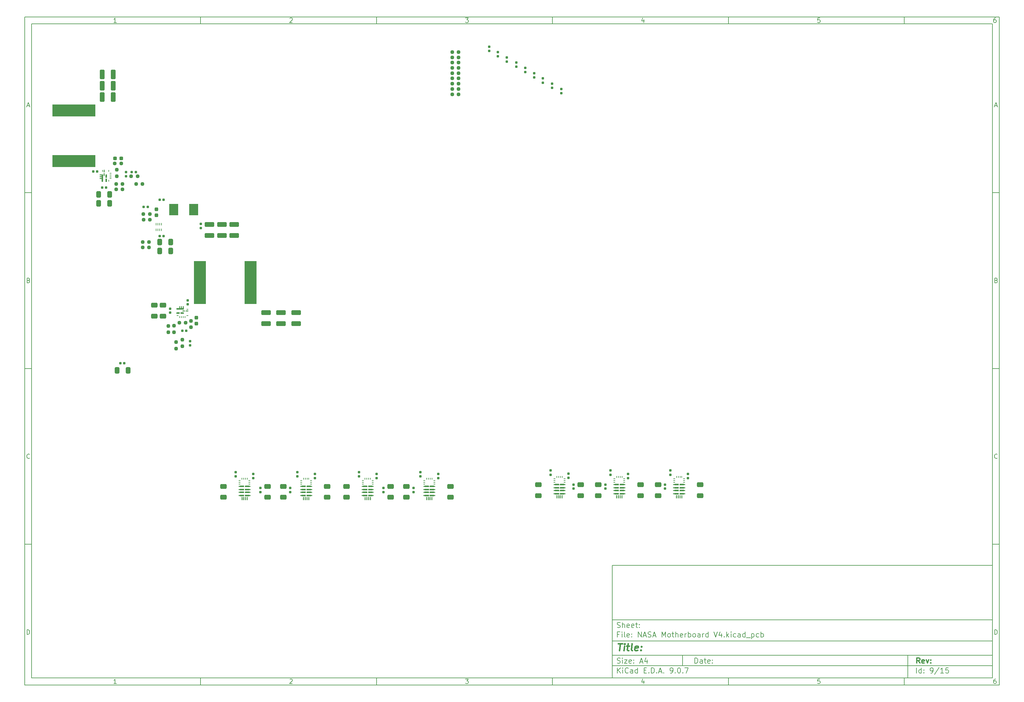
<source format=gbr>
%TF.GenerationSoftware,KiCad,Pcbnew,9.0.7*%
%TF.CreationDate,2026-02-04T11:21:36-05:00*%
%TF.ProjectId,NASA Motherboard V4,4e415341-204d-46f7-9468-6572626f6172,rev?*%
%TF.SameCoordinates,Original*%
%TF.FileFunction,Paste,Top*%
%TF.FilePolarity,Positive*%
%FSLAX46Y46*%
G04 Gerber Fmt 4.6, Leading zero omitted, Abs format (unit mm)*
G04 Created by KiCad (PCBNEW 9.0.7) date 2026-02-04 11:21:36*
%MOMM*%
%LPD*%
G01*
G04 APERTURE LIST*
G04 Aperture macros list*
%AMRoundRect*
0 Rectangle with rounded corners*
0 $1 Rounding radius*
0 $2 $3 $4 $5 $6 $7 $8 $9 X,Y pos of 4 corners*
0 Add a 4 corners polygon primitive as box body*
4,1,4,$2,$3,$4,$5,$6,$7,$8,$9,$2,$3,0*
0 Add four circle primitives for the rounded corners*
1,1,$1+$1,$2,$3*
1,1,$1+$1,$4,$5*
1,1,$1+$1,$6,$7*
1,1,$1+$1,$8,$9*
0 Add four rect primitives between the rounded corners*
20,1,$1+$1,$2,$3,$4,$5,0*
20,1,$1+$1,$4,$5,$6,$7,0*
20,1,$1+$1,$6,$7,$8,$9,0*
20,1,$1+$1,$8,$9,$2,$3,0*%
%AMFreePoly0*
4,1,27,0.160002,0.849998,0.160002,0.124998,0.210002,0.074999,0.670001,0.074999,0.720001,0.024999,0.720001,-0.125001,0.670001,-0.175001,0.160002,-0.175001,0.160002,-0.425000,0.670001,-0.425000,0.720001,-0.475000,0.720001,-0.625000,0.670001,-0.675000,0.160002,-0.675000,0.160002,-0.925002,0.670001,-0.925002,0.720001,-0.975002,0.720001,-1.125002,0.670001,-1.175002,0.160002,-1.175002,
0.160002,-1.200000,-0.189997,-1.200000,-0.239997,-1.150000,-0.239997,0.849998,-0.189997,0.899998,0.110002,0.899998,0.160002,0.849998,0.160002,0.849998,$1*%
G04 Aperture macros list end*
%ADD10C,0.100000*%
%ADD11C,0.150000*%
%ADD12C,0.300000*%
%ADD13C,0.400000*%
%ADD14C,0.000000*%
%ADD15RoundRect,0.250000X-0.650000X0.412500X-0.650000X-0.412500X0.650000X-0.412500X0.650000X0.412500X0*%
%ADD16RoundRect,0.237500X0.250000X0.237500X-0.250000X0.237500X-0.250000X-0.237500X0.250000X-0.237500X0*%
%ADD17RoundRect,0.160000X-0.160000X0.197500X-0.160000X-0.197500X0.160000X-0.197500X0.160000X0.197500X0*%
%ADD18RoundRect,0.250000X-0.412500X-0.650000X0.412500X-0.650000X0.412500X0.650000X-0.412500X0.650000X0*%
%ADD19RoundRect,0.160000X0.197500X0.160000X-0.197500X0.160000X-0.197500X-0.160000X0.197500X-0.160000X0*%
%ADD20RoundRect,0.155000X0.212500X0.155000X-0.212500X0.155000X-0.212500X-0.155000X0.212500X-0.155000X0*%
%ADD21RoundRect,0.155000X-0.155000X0.212500X-0.155000X-0.212500X0.155000X-0.212500X0.155000X0.212500X0*%
%ADD22RoundRect,0.155000X-0.212500X-0.155000X0.212500X-0.155000X0.212500X0.155000X-0.212500X0.155000X0*%
%ADD23RoundRect,0.237500X-0.237500X0.250000X-0.237500X-0.250000X0.237500X-0.250000X0.237500X0.250000X0*%
%ADD24RoundRect,0.237500X0.237500X-0.250000X0.237500X0.250000X-0.237500X0.250000X-0.237500X-0.250000X0*%
%ADD25RoundRect,0.250000X-1.100000X0.412500X-1.100000X-0.412500X1.100000X-0.412500X1.100000X0.412500X0*%
%ADD26R,0.599999X0.249999*%
%ADD27R,0.249999X0.599999*%
%ADD28RoundRect,0.237500X-0.250000X-0.237500X0.250000X-0.237500X0.250000X0.237500X-0.250000X0.237500X0*%
%ADD29RoundRect,0.250000X-0.412500X-1.100000X0.412500X-1.100000X0.412500X1.100000X-0.412500X1.100000X0*%
%ADD30R,2.508199X3.252000*%
%ADD31R,12.192000X3.412200*%
%ADD32RoundRect,0.237500X-0.300000X-0.237500X0.300000X-0.237500X0.300000X0.237500X-0.300000X0.237500X0*%
%ADD33RoundRect,0.250000X1.100000X-0.412500X1.100000X0.412500X-1.100000X0.412500X-1.100000X-0.412500X0*%
%ADD34R,0.229400X0.706399*%
%ADD35RoundRect,0.155000X0.155000X-0.212500X0.155000X0.212500X-0.155000X0.212500X-0.155000X-0.212500X0*%
%ADD36RoundRect,0.237500X0.237500X-0.300000X0.237500X0.300000X-0.237500X0.300000X-0.237500X-0.300000X0*%
%ADD37RoundRect,0.160000X0.160000X-0.197500X0.160000X0.197500X-0.160000X0.197500X-0.160000X-0.197500X0*%
%ADD38FreePoly0,90.000000*%
%ADD39FreePoly0,180.000000*%
%ADD40RoundRect,0.237500X-0.237500X0.300000X-0.237500X-0.300000X0.237500X-0.300000X0.237500X0.300000X0*%
%ADD41R,3.412200X12.192000*%
G04 APERTURE END LIST*
D10*
D11*
X177002200Y-166007200D02*
X285002200Y-166007200D01*
X285002200Y-198007200D01*
X177002200Y-198007200D01*
X177002200Y-166007200D01*
D10*
D11*
X10000000Y-10000000D02*
X287002200Y-10000000D01*
X287002200Y-200007200D01*
X10000000Y-200007200D01*
X10000000Y-10000000D01*
D10*
D11*
X12000000Y-12000000D02*
X285002200Y-12000000D01*
X285002200Y-198007200D01*
X12000000Y-198007200D01*
X12000000Y-12000000D01*
D10*
D11*
X60000000Y-12000000D02*
X60000000Y-10000000D01*
D10*
D11*
X110000000Y-12000000D02*
X110000000Y-10000000D01*
D10*
D11*
X160000000Y-12000000D02*
X160000000Y-10000000D01*
D10*
D11*
X210000000Y-12000000D02*
X210000000Y-10000000D01*
D10*
D11*
X260000000Y-12000000D02*
X260000000Y-10000000D01*
D10*
D11*
X36089160Y-11593604D02*
X35346303Y-11593604D01*
X35717731Y-11593604D02*
X35717731Y-10293604D01*
X35717731Y-10293604D02*
X35593922Y-10479319D01*
X35593922Y-10479319D02*
X35470112Y-10603128D01*
X35470112Y-10603128D02*
X35346303Y-10665033D01*
D10*
D11*
X85346303Y-10417414D02*
X85408207Y-10355509D01*
X85408207Y-10355509D02*
X85532017Y-10293604D01*
X85532017Y-10293604D02*
X85841541Y-10293604D01*
X85841541Y-10293604D02*
X85965350Y-10355509D01*
X85965350Y-10355509D02*
X86027255Y-10417414D01*
X86027255Y-10417414D02*
X86089160Y-10541223D01*
X86089160Y-10541223D02*
X86089160Y-10665033D01*
X86089160Y-10665033D02*
X86027255Y-10850747D01*
X86027255Y-10850747D02*
X85284398Y-11593604D01*
X85284398Y-11593604D02*
X86089160Y-11593604D01*
D10*
D11*
X135284398Y-10293604D02*
X136089160Y-10293604D01*
X136089160Y-10293604D02*
X135655826Y-10788842D01*
X135655826Y-10788842D02*
X135841541Y-10788842D01*
X135841541Y-10788842D02*
X135965350Y-10850747D01*
X135965350Y-10850747D02*
X136027255Y-10912652D01*
X136027255Y-10912652D02*
X136089160Y-11036461D01*
X136089160Y-11036461D02*
X136089160Y-11345985D01*
X136089160Y-11345985D02*
X136027255Y-11469795D01*
X136027255Y-11469795D02*
X135965350Y-11531700D01*
X135965350Y-11531700D02*
X135841541Y-11593604D01*
X135841541Y-11593604D02*
X135470112Y-11593604D01*
X135470112Y-11593604D02*
X135346303Y-11531700D01*
X135346303Y-11531700D02*
X135284398Y-11469795D01*
D10*
D11*
X185965350Y-10726938D02*
X185965350Y-11593604D01*
X185655826Y-10231700D02*
X185346303Y-11160271D01*
X185346303Y-11160271D02*
X186151064Y-11160271D01*
D10*
D11*
X236027255Y-10293604D02*
X235408207Y-10293604D01*
X235408207Y-10293604D02*
X235346303Y-10912652D01*
X235346303Y-10912652D02*
X235408207Y-10850747D01*
X235408207Y-10850747D02*
X235532017Y-10788842D01*
X235532017Y-10788842D02*
X235841541Y-10788842D01*
X235841541Y-10788842D02*
X235965350Y-10850747D01*
X235965350Y-10850747D02*
X236027255Y-10912652D01*
X236027255Y-10912652D02*
X236089160Y-11036461D01*
X236089160Y-11036461D02*
X236089160Y-11345985D01*
X236089160Y-11345985D02*
X236027255Y-11469795D01*
X236027255Y-11469795D02*
X235965350Y-11531700D01*
X235965350Y-11531700D02*
X235841541Y-11593604D01*
X235841541Y-11593604D02*
X235532017Y-11593604D01*
X235532017Y-11593604D02*
X235408207Y-11531700D01*
X235408207Y-11531700D02*
X235346303Y-11469795D01*
D10*
D11*
X285965350Y-10293604D02*
X285717731Y-10293604D01*
X285717731Y-10293604D02*
X285593922Y-10355509D01*
X285593922Y-10355509D02*
X285532017Y-10417414D01*
X285532017Y-10417414D02*
X285408207Y-10603128D01*
X285408207Y-10603128D02*
X285346303Y-10850747D01*
X285346303Y-10850747D02*
X285346303Y-11345985D01*
X285346303Y-11345985D02*
X285408207Y-11469795D01*
X285408207Y-11469795D02*
X285470112Y-11531700D01*
X285470112Y-11531700D02*
X285593922Y-11593604D01*
X285593922Y-11593604D02*
X285841541Y-11593604D01*
X285841541Y-11593604D02*
X285965350Y-11531700D01*
X285965350Y-11531700D02*
X286027255Y-11469795D01*
X286027255Y-11469795D02*
X286089160Y-11345985D01*
X286089160Y-11345985D02*
X286089160Y-11036461D01*
X286089160Y-11036461D02*
X286027255Y-10912652D01*
X286027255Y-10912652D02*
X285965350Y-10850747D01*
X285965350Y-10850747D02*
X285841541Y-10788842D01*
X285841541Y-10788842D02*
X285593922Y-10788842D01*
X285593922Y-10788842D02*
X285470112Y-10850747D01*
X285470112Y-10850747D02*
X285408207Y-10912652D01*
X285408207Y-10912652D02*
X285346303Y-11036461D01*
D10*
D11*
X60000000Y-198007200D02*
X60000000Y-200007200D01*
D10*
D11*
X110000000Y-198007200D02*
X110000000Y-200007200D01*
D10*
D11*
X160000000Y-198007200D02*
X160000000Y-200007200D01*
D10*
D11*
X210000000Y-198007200D02*
X210000000Y-200007200D01*
D10*
D11*
X260000000Y-198007200D02*
X260000000Y-200007200D01*
D10*
D11*
X36089160Y-199600804D02*
X35346303Y-199600804D01*
X35717731Y-199600804D02*
X35717731Y-198300804D01*
X35717731Y-198300804D02*
X35593922Y-198486519D01*
X35593922Y-198486519D02*
X35470112Y-198610328D01*
X35470112Y-198610328D02*
X35346303Y-198672233D01*
D10*
D11*
X85346303Y-198424614D02*
X85408207Y-198362709D01*
X85408207Y-198362709D02*
X85532017Y-198300804D01*
X85532017Y-198300804D02*
X85841541Y-198300804D01*
X85841541Y-198300804D02*
X85965350Y-198362709D01*
X85965350Y-198362709D02*
X86027255Y-198424614D01*
X86027255Y-198424614D02*
X86089160Y-198548423D01*
X86089160Y-198548423D02*
X86089160Y-198672233D01*
X86089160Y-198672233D02*
X86027255Y-198857947D01*
X86027255Y-198857947D02*
X85284398Y-199600804D01*
X85284398Y-199600804D02*
X86089160Y-199600804D01*
D10*
D11*
X135284398Y-198300804D02*
X136089160Y-198300804D01*
X136089160Y-198300804D02*
X135655826Y-198796042D01*
X135655826Y-198796042D02*
X135841541Y-198796042D01*
X135841541Y-198796042D02*
X135965350Y-198857947D01*
X135965350Y-198857947D02*
X136027255Y-198919852D01*
X136027255Y-198919852D02*
X136089160Y-199043661D01*
X136089160Y-199043661D02*
X136089160Y-199353185D01*
X136089160Y-199353185D02*
X136027255Y-199476995D01*
X136027255Y-199476995D02*
X135965350Y-199538900D01*
X135965350Y-199538900D02*
X135841541Y-199600804D01*
X135841541Y-199600804D02*
X135470112Y-199600804D01*
X135470112Y-199600804D02*
X135346303Y-199538900D01*
X135346303Y-199538900D02*
X135284398Y-199476995D01*
D10*
D11*
X185965350Y-198734138D02*
X185965350Y-199600804D01*
X185655826Y-198238900D02*
X185346303Y-199167471D01*
X185346303Y-199167471D02*
X186151064Y-199167471D01*
D10*
D11*
X236027255Y-198300804D02*
X235408207Y-198300804D01*
X235408207Y-198300804D02*
X235346303Y-198919852D01*
X235346303Y-198919852D02*
X235408207Y-198857947D01*
X235408207Y-198857947D02*
X235532017Y-198796042D01*
X235532017Y-198796042D02*
X235841541Y-198796042D01*
X235841541Y-198796042D02*
X235965350Y-198857947D01*
X235965350Y-198857947D02*
X236027255Y-198919852D01*
X236027255Y-198919852D02*
X236089160Y-199043661D01*
X236089160Y-199043661D02*
X236089160Y-199353185D01*
X236089160Y-199353185D02*
X236027255Y-199476995D01*
X236027255Y-199476995D02*
X235965350Y-199538900D01*
X235965350Y-199538900D02*
X235841541Y-199600804D01*
X235841541Y-199600804D02*
X235532017Y-199600804D01*
X235532017Y-199600804D02*
X235408207Y-199538900D01*
X235408207Y-199538900D02*
X235346303Y-199476995D01*
D10*
D11*
X285965350Y-198300804D02*
X285717731Y-198300804D01*
X285717731Y-198300804D02*
X285593922Y-198362709D01*
X285593922Y-198362709D02*
X285532017Y-198424614D01*
X285532017Y-198424614D02*
X285408207Y-198610328D01*
X285408207Y-198610328D02*
X285346303Y-198857947D01*
X285346303Y-198857947D02*
X285346303Y-199353185D01*
X285346303Y-199353185D02*
X285408207Y-199476995D01*
X285408207Y-199476995D02*
X285470112Y-199538900D01*
X285470112Y-199538900D02*
X285593922Y-199600804D01*
X285593922Y-199600804D02*
X285841541Y-199600804D01*
X285841541Y-199600804D02*
X285965350Y-199538900D01*
X285965350Y-199538900D02*
X286027255Y-199476995D01*
X286027255Y-199476995D02*
X286089160Y-199353185D01*
X286089160Y-199353185D02*
X286089160Y-199043661D01*
X286089160Y-199043661D02*
X286027255Y-198919852D01*
X286027255Y-198919852D02*
X285965350Y-198857947D01*
X285965350Y-198857947D02*
X285841541Y-198796042D01*
X285841541Y-198796042D02*
X285593922Y-198796042D01*
X285593922Y-198796042D02*
X285470112Y-198857947D01*
X285470112Y-198857947D02*
X285408207Y-198919852D01*
X285408207Y-198919852D02*
X285346303Y-199043661D01*
D10*
D11*
X10000000Y-60000000D02*
X12000000Y-60000000D01*
D10*
D11*
X10000000Y-110000000D02*
X12000000Y-110000000D01*
D10*
D11*
X10000000Y-160000000D02*
X12000000Y-160000000D01*
D10*
D11*
X10690476Y-35222176D02*
X11309523Y-35222176D01*
X10566666Y-35593604D02*
X10999999Y-34293604D01*
X10999999Y-34293604D02*
X11433333Y-35593604D01*
D10*
D11*
X11092857Y-84912652D02*
X11278571Y-84974557D01*
X11278571Y-84974557D02*
X11340476Y-85036461D01*
X11340476Y-85036461D02*
X11402380Y-85160271D01*
X11402380Y-85160271D02*
X11402380Y-85345985D01*
X11402380Y-85345985D02*
X11340476Y-85469795D01*
X11340476Y-85469795D02*
X11278571Y-85531700D01*
X11278571Y-85531700D02*
X11154761Y-85593604D01*
X11154761Y-85593604D02*
X10659523Y-85593604D01*
X10659523Y-85593604D02*
X10659523Y-84293604D01*
X10659523Y-84293604D02*
X11092857Y-84293604D01*
X11092857Y-84293604D02*
X11216666Y-84355509D01*
X11216666Y-84355509D02*
X11278571Y-84417414D01*
X11278571Y-84417414D02*
X11340476Y-84541223D01*
X11340476Y-84541223D02*
X11340476Y-84665033D01*
X11340476Y-84665033D02*
X11278571Y-84788842D01*
X11278571Y-84788842D02*
X11216666Y-84850747D01*
X11216666Y-84850747D02*
X11092857Y-84912652D01*
X11092857Y-84912652D02*
X10659523Y-84912652D01*
D10*
D11*
X11402380Y-135469795D02*
X11340476Y-135531700D01*
X11340476Y-135531700D02*
X11154761Y-135593604D01*
X11154761Y-135593604D02*
X11030952Y-135593604D01*
X11030952Y-135593604D02*
X10845238Y-135531700D01*
X10845238Y-135531700D02*
X10721428Y-135407890D01*
X10721428Y-135407890D02*
X10659523Y-135284080D01*
X10659523Y-135284080D02*
X10597619Y-135036461D01*
X10597619Y-135036461D02*
X10597619Y-134850747D01*
X10597619Y-134850747D02*
X10659523Y-134603128D01*
X10659523Y-134603128D02*
X10721428Y-134479319D01*
X10721428Y-134479319D02*
X10845238Y-134355509D01*
X10845238Y-134355509D02*
X11030952Y-134293604D01*
X11030952Y-134293604D02*
X11154761Y-134293604D01*
X11154761Y-134293604D02*
X11340476Y-134355509D01*
X11340476Y-134355509D02*
X11402380Y-134417414D01*
D10*
D11*
X10659523Y-185593604D02*
X10659523Y-184293604D01*
X10659523Y-184293604D02*
X10969047Y-184293604D01*
X10969047Y-184293604D02*
X11154761Y-184355509D01*
X11154761Y-184355509D02*
X11278571Y-184479319D01*
X11278571Y-184479319D02*
X11340476Y-184603128D01*
X11340476Y-184603128D02*
X11402380Y-184850747D01*
X11402380Y-184850747D02*
X11402380Y-185036461D01*
X11402380Y-185036461D02*
X11340476Y-185284080D01*
X11340476Y-185284080D02*
X11278571Y-185407890D01*
X11278571Y-185407890D02*
X11154761Y-185531700D01*
X11154761Y-185531700D02*
X10969047Y-185593604D01*
X10969047Y-185593604D02*
X10659523Y-185593604D01*
D10*
D11*
X287002200Y-60000000D02*
X285002200Y-60000000D01*
D10*
D11*
X287002200Y-110000000D02*
X285002200Y-110000000D01*
D10*
D11*
X287002200Y-160000000D02*
X285002200Y-160000000D01*
D10*
D11*
X285692676Y-35222176D02*
X286311723Y-35222176D01*
X285568866Y-35593604D02*
X286002199Y-34293604D01*
X286002199Y-34293604D02*
X286435533Y-35593604D01*
D10*
D11*
X286095057Y-84912652D02*
X286280771Y-84974557D01*
X286280771Y-84974557D02*
X286342676Y-85036461D01*
X286342676Y-85036461D02*
X286404580Y-85160271D01*
X286404580Y-85160271D02*
X286404580Y-85345985D01*
X286404580Y-85345985D02*
X286342676Y-85469795D01*
X286342676Y-85469795D02*
X286280771Y-85531700D01*
X286280771Y-85531700D02*
X286156961Y-85593604D01*
X286156961Y-85593604D02*
X285661723Y-85593604D01*
X285661723Y-85593604D02*
X285661723Y-84293604D01*
X285661723Y-84293604D02*
X286095057Y-84293604D01*
X286095057Y-84293604D02*
X286218866Y-84355509D01*
X286218866Y-84355509D02*
X286280771Y-84417414D01*
X286280771Y-84417414D02*
X286342676Y-84541223D01*
X286342676Y-84541223D02*
X286342676Y-84665033D01*
X286342676Y-84665033D02*
X286280771Y-84788842D01*
X286280771Y-84788842D02*
X286218866Y-84850747D01*
X286218866Y-84850747D02*
X286095057Y-84912652D01*
X286095057Y-84912652D02*
X285661723Y-84912652D01*
D10*
D11*
X286404580Y-135469795D02*
X286342676Y-135531700D01*
X286342676Y-135531700D02*
X286156961Y-135593604D01*
X286156961Y-135593604D02*
X286033152Y-135593604D01*
X286033152Y-135593604D02*
X285847438Y-135531700D01*
X285847438Y-135531700D02*
X285723628Y-135407890D01*
X285723628Y-135407890D02*
X285661723Y-135284080D01*
X285661723Y-135284080D02*
X285599819Y-135036461D01*
X285599819Y-135036461D02*
X285599819Y-134850747D01*
X285599819Y-134850747D02*
X285661723Y-134603128D01*
X285661723Y-134603128D02*
X285723628Y-134479319D01*
X285723628Y-134479319D02*
X285847438Y-134355509D01*
X285847438Y-134355509D02*
X286033152Y-134293604D01*
X286033152Y-134293604D02*
X286156961Y-134293604D01*
X286156961Y-134293604D02*
X286342676Y-134355509D01*
X286342676Y-134355509D02*
X286404580Y-134417414D01*
D10*
D11*
X285661723Y-185593604D02*
X285661723Y-184293604D01*
X285661723Y-184293604D02*
X285971247Y-184293604D01*
X285971247Y-184293604D02*
X286156961Y-184355509D01*
X286156961Y-184355509D02*
X286280771Y-184479319D01*
X286280771Y-184479319D02*
X286342676Y-184603128D01*
X286342676Y-184603128D02*
X286404580Y-184850747D01*
X286404580Y-184850747D02*
X286404580Y-185036461D01*
X286404580Y-185036461D02*
X286342676Y-185284080D01*
X286342676Y-185284080D02*
X286280771Y-185407890D01*
X286280771Y-185407890D02*
X286156961Y-185531700D01*
X286156961Y-185531700D02*
X285971247Y-185593604D01*
X285971247Y-185593604D02*
X285661723Y-185593604D01*
D10*
D11*
X200458026Y-193793328D02*
X200458026Y-192293328D01*
X200458026Y-192293328D02*
X200815169Y-192293328D01*
X200815169Y-192293328D02*
X201029455Y-192364757D01*
X201029455Y-192364757D02*
X201172312Y-192507614D01*
X201172312Y-192507614D02*
X201243741Y-192650471D01*
X201243741Y-192650471D02*
X201315169Y-192936185D01*
X201315169Y-192936185D02*
X201315169Y-193150471D01*
X201315169Y-193150471D02*
X201243741Y-193436185D01*
X201243741Y-193436185D02*
X201172312Y-193579042D01*
X201172312Y-193579042D02*
X201029455Y-193721900D01*
X201029455Y-193721900D02*
X200815169Y-193793328D01*
X200815169Y-193793328D02*
X200458026Y-193793328D01*
X202600884Y-193793328D02*
X202600884Y-193007614D01*
X202600884Y-193007614D02*
X202529455Y-192864757D01*
X202529455Y-192864757D02*
X202386598Y-192793328D01*
X202386598Y-192793328D02*
X202100884Y-192793328D01*
X202100884Y-192793328D02*
X201958026Y-192864757D01*
X202600884Y-193721900D02*
X202458026Y-193793328D01*
X202458026Y-193793328D02*
X202100884Y-193793328D01*
X202100884Y-193793328D02*
X201958026Y-193721900D01*
X201958026Y-193721900D02*
X201886598Y-193579042D01*
X201886598Y-193579042D02*
X201886598Y-193436185D01*
X201886598Y-193436185D02*
X201958026Y-193293328D01*
X201958026Y-193293328D02*
X202100884Y-193221900D01*
X202100884Y-193221900D02*
X202458026Y-193221900D01*
X202458026Y-193221900D02*
X202600884Y-193150471D01*
X203100884Y-192793328D02*
X203672312Y-192793328D01*
X203315169Y-192293328D02*
X203315169Y-193579042D01*
X203315169Y-193579042D02*
X203386598Y-193721900D01*
X203386598Y-193721900D02*
X203529455Y-193793328D01*
X203529455Y-193793328D02*
X203672312Y-193793328D01*
X204743741Y-193721900D02*
X204600884Y-193793328D01*
X204600884Y-193793328D02*
X204315170Y-193793328D01*
X204315170Y-193793328D02*
X204172312Y-193721900D01*
X204172312Y-193721900D02*
X204100884Y-193579042D01*
X204100884Y-193579042D02*
X204100884Y-193007614D01*
X204100884Y-193007614D02*
X204172312Y-192864757D01*
X204172312Y-192864757D02*
X204315170Y-192793328D01*
X204315170Y-192793328D02*
X204600884Y-192793328D01*
X204600884Y-192793328D02*
X204743741Y-192864757D01*
X204743741Y-192864757D02*
X204815170Y-193007614D01*
X204815170Y-193007614D02*
X204815170Y-193150471D01*
X204815170Y-193150471D02*
X204100884Y-193293328D01*
X205458026Y-193650471D02*
X205529455Y-193721900D01*
X205529455Y-193721900D02*
X205458026Y-193793328D01*
X205458026Y-193793328D02*
X205386598Y-193721900D01*
X205386598Y-193721900D02*
X205458026Y-193650471D01*
X205458026Y-193650471D02*
X205458026Y-193793328D01*
X205458026Y-192864757D02*
X205529455Y-192936185D01*
X205529455Y-192936185D02*
X205458026Y-193007614D01*
X205458026Y-193007614D02*
X205386598Y-192936185D01*
X205386598Y-192936185D02*
X205458026Y-192864757D01*
X205458026Y-192864757D02*
X205458026Y-193007614D01*
D10*
D11*
X177002200Y-194507200D02*
X285002200Y-194507200D01*
D10*
D11*
X178458026Y-196593328D02*
X178458026Y-195093328D01*
X179315169Y-196593328D02*
X178672312Y-195736185D01*
X179315169Y-195093328D02*
X178458026Y-195950471D01*
X179958026Y-196593328D02*
X179958026Y-195593328D01*
X179958026Y-195093328D02*
X179886598Y-195164757D01*
X179886598Y-195164757D02*
X179958026Y-195236185D01*
X179958026Y-195236185D02*
X180029455Y-195164757D01*
X180029455Y-195164757D02*
X179958026Y-195093328D01*
X179958026Y-195093328D02*
X179958026Y-195236185D01*
X181529455Y-196450471D02*
X181458027Y-196521900D01*
X181458027Y-196521900D02*
X181243741Y-196593328D01*
X181243741Y-196593328D02*
X181100884Y-196593328D01*
X181100884Y-196593328D02*
X180886598Y-196521900D01*
X180886598Y-196521900D02*
X180743741Y-196379042D01*
X180743741Y-196379042D02*
X180672312Y-196236185D01*
X180672312Y-196236185D02*
X180600884Y-195950471D01*
X180600884Y-195950471D02*
X180600884Y-195736185D01*
X180600884Y-195736185D02*
X180672312Y-195450471D01*
X180672312Y-195450471D02*
X180743741Y-195307614D01*
X180743741Y-195307614D02*
X180886598Y-195164757D01*
X180886598Y-195164757D02*
X181100884Y-195093328D01*
X181100884Y-195093328D02*
X181243741Y-195093328D01*
X181243741Y-195093328D02*
X181458027Y-195164757D01*
X181458027Y-195164757D02*
X181529455Y-195236185D01*
X182815170Y-196593328D02*
X182815170Y-195807614D01*
X182815170Y-195807614D02*
X182743741Y-195664757D01*
X182743741Y-195664757D02*
X182600884Y-195593328D01*
X182600884Y-195593328D02*
X182315170Y-195593328D01*
X182315170Y-195593328D02*
X182172312Y-195664757D01*
X182815170Y-196521900D02*
X182672312Y-196593328D01*
X182672312Y-196593328D02*
X182315170Y-196593328D01*
X182315170Y-196593328D02*
X182172312Y-196521900D01*
X182172312Y-196521900D02*
X182100884Y-196379042D01*
X182100884Y-196379042D02*
X182100884Y-196236185D01*
X182100884Y-196236185D02*
X182172312Y-196093328D01*
X182172312Y-196093328D02*
X182315170Y-196021900D01*
X182315170Y-196021900D02*
X182672312Y-196021900D01*
X182672312Y-196021900D02*
X182815170Y-195950471D01*
X184172313Y-196593328D02*
X184172313Y-195093328D01*
X184172313Y-196521900D02*
X184029455Y-196593328D01*
X184029455Y-196593328D02*
X183743741Y-196593328D01*
X183743741Y-196593328D02*
X183600884Y-196521900D01*
X183600884Y-196521900D02*
X183529455Y-196450471D01*
X183529455Y-196450471D02*
X183458027Y-196307614D01*
X183458027Y-196307614D02*
X183458027Y-195879042D01*
X183458027Y-195879042D02*
X183529455Y-195736185D01*
X183529455Y-195736185D02*
X183600884Y-195664757D01*
X183600884Y-195664757D02*
X183743741Y-195593328D01*
X183743741Y-195593328D02*
X184029455Y-195593328D01*
X184029455Y-195593328D02*
X184172313Y-195664757D01*
X186029455Y-195807614D02*
X186529455Y-195807614D01*
X186743741Y-196593328D02*
X186029455Y-196593328D01*
X186029455Y-196593328D02*
X186029455Y-195093328D01*
X186029455Y-195093328D02*
X186743741Y-195093328D01*
X187386598Y-196450471D02*
X187458027Y-196521900D01*
X187458027Y-196521900D02*
X187386598Y-196593328D01*
X187386598Y-196593328D02*
X187315170Y-196521900D01*
X187315170Y-196521900D02*
X187386598Y-196450471D01*
X187386598Y-196450471D02*
X187386598Y-196593328D01*
X188100884Y-196593328D02*
X188100884Y-195093328D01*
X188100884Y-195093328D02*
X188458027Y-195093328D01*
X188458027Y-195093328D02*
X188672313Y-195164757D01*
X188672313Y-195164757D02*
X188815170Y-195307614D01*
X188815170Y-195307614D02*
X188886599Y-195450471D01*
X188886599Y-195450471D02*
X188958027Y-195736185D01*
X188958027Y-195736185D02*
X188958027Y-195950471D01*
X188958027Y-195950471D02*
X188886599Y-196236185D01*
X188886599Y-196236185D02*
X188815170Y-196379042D01*
X188815170Y-196379042D02*
X188672313Y-196521900D01*
X188672313Y-196521900D02*
X188458027Y-196593328D01*
X188458027Y-196593328D02*
X188100884Y-196593328D01*
X189600884Y-196450471D02*
X189672313Y-196521900D01*
X189672313Y-196521900D02*
X189600884Y-196593328D01*
X189600884Y-196593328D02*
X189529456Y-196521900D01*
X189529456Y-196521900D02*
X189600884Y-196450471D01*
X189600884Y-196450471D02*
X189600884Y-196593328D01*
X190243742Y-196164757D02*
X190958028Y-196164757D01*
X190100885Y-196593328D02*
X190600885Y-195093328D01*
X190600885Y-195093328D02*
X191100885Y-196593328D01*
X191600884Y-196450471D02*
X191672313Y-196521900D01*
X191672313Y-196521900D02*
X191600884Y-196593328D01*
X191600884Y-196593328D02*
X191529456Y-196521900D01*
X191529456Y-196521900D02*
X191600884Y-196450471D01*
X191600884Y-196450471D02*
X191600884Y-196593328D01*
X193529456Y-196593328D02*
X193815170Y-196593328D01*
X193815170Y-196593328D02*
X193958027Y-196521900D01*
X193958027Y-196521900D02*
X194029456Y-196450471D01*
X194029456Y-196450471D02*
X194172313Y-196236185D01*
X194172313Y-196236185D02*
X194243742Y-195950471D01*
X194243742Y-195950471D02*
X194243742Y-195379042D01*
X194243742Y-195379042D02*
X194172313Y-195236185D01*
X194172313Y-195236185D02*
X194100885Y-195164757D01*
X194100885Y-195164757D02*
X193958027Y-195093328D01*
X193958027Y-195093328D02*
X193672313Y-195093328D01*
X193672313Y-195093328D02*
X193529456Y-195164757D01*
X193529456Y-195164757D02*
X193458027Y-195236185D01*
X193458027Y-195236185D02*
X193386599Y-195379042D01*
X193386599Y-195379042D02*
X193386599Y-195736185D01*
X193386599Y-195736185D02*
X193458027Y-195879042D01*
X193458027Y-195879042D02*
X193529456Y-195950471D01*
X193529456Y-195950471D02*
X193672313Y-196021900D01*
X193672313Y-196021900D02*
X193958027Y-196021900D01*
X193958027Y-196021900D02*
X194100885Y-195950471D01*
X194100885Y-195950471D02*
X194172313Y-195879042D01*
X194172313Y-195879042D02*
X194243742Y-195736185D01*
X194886598Y-196450471D02*
X194958027Y-196521900D01*
X194958027Y-196521900D02*
X194886598Y-196593328D01*
X194886598Y-196593328D02*
X194815170Y-196521900D01*
X194815170Y-196521900D02*
X194886598Y-196450471D01*
X194886598Y-196450471D02*
X194886598Y-196593328D01*
X195886599Y-195093328D02*
X196029456Y-195093328D01*
X196029456Y-195093328D02*
X196172313Y-195164757D01*
X196172313Y-195164757D02*
X196243742Y-195236185D01*
X196243742Y-195236185D02*
X196315170Y-195379042D01*
X196315170Y-195379042D02*
X196386599Y-195664757D01*
X196386599Y-195664757D02*
X196386599Y-196021900D01*
X196386599Y-196021900D02*
X196315170Y-196307614D01*
X196315170Y-196307614D02*
X196243742Y-196450471D01*
X196243742Y-196450471D02*
X196172313Y-196521900D01*
X196172313Y-196521900D02*
X196029456Y-196593328D01*
X196029456Y-196593328D02*
X195886599Y-196593328D01*
X195886599Y-196593328D02*
X195743742Y-196521900D01*
X195743742Y-196521900D02*
X195672313Y-196450471D01*
X195672313Y-196450471D02*
X195600884Y-196307614D01*
X195600884Y-196307614D02*
X195529456Y-196021900D01*
X195529456Y-196021900D02*
X195529456Y-195664757D01*
X195529456Y-195664757D02*
X195600884Y-195379042D01*
X195600884Y-195379042D02*
X195672313Y-195236185D01*
X195672313Y-195236185D02*
X195743742Y-195164757D01*
X195743742Y-195164757D02*
X195886599Y-195093328D01*
X197029455Y-196450471D02*
X197100884Y-196521900D01*
X197100884Y-196521900D02*
X197029455Y-196593328D01*
X197029455Y-196593328D02*
X196958027Y-196521900D01*
X196958027Y-196521900D02*
X197029455Y-196450471D01*
X197029455Y-196450471D02*
X197029455Y-196593328D01*
X197600884Y-195093328D02*
X198600884Y-195093328D01*
X198600884Y-195093328D02*
X197958027Y-196593328D01*
D10*
D11*
X177002200Y-191507200D02*
X285002200Y-191507200D01*
D10*
D12*
X264413853Y-193785528D02*
X263913853Y-193071242D01*
X263556710Y-193785528D02*
X263556710Y-192285528D01*
X263556710Y-192285528D02*
X264128139Y-192285528D01*
X264128139Y-192285528D02*
X264270996Y-192356957D01*
X264270996Y-192356957D02*
X264342425Y-192428385D01*
X264342425Y-192428385D02*
X264413853Y-192571242D01*
X264413853Y-192571242D02*
X264413853Y-192785528D01*
X264413853Y-192785528D02*
X264342425Y-192928385D01*
X264342425Y-192928385D02*
X264270996Y-192999814D01*
X264270996Y-192999814D02*
X264128139Y-193071242D01*
X264128139Y-193071242D02*
X263556710Y-193071242D01*
X265628139Y-193714100D02*
X265485282Y-193785528D01*
X265485282Y-193785528D02*
X265199568Y-193785528D01*
X265199568Y-193785528D02*
X265056710Y-193714100D01*
X265056710Y-193714100D02*
X264985282Y-193571242D01*
X264985282Y-193571242D02*
X264985282Y-192999814D01*
X264985282Y-192999814D02*
X265056710Y-192856957D01*
X265056710Y-192856957D02*
X265199568Y-192785528D01*
X265199568Y-192785528D02*
X265485282Y-192785528D01*
X265485282Y-192785528D02*
X265628139Y-192856957D01*
X265628139Y-192856957D02*
X265699568Y-192999814D01*
X265699568Y-192999814D02*
X265699568Y-193142671D01*
X265699568Y-193142671D02*
X264985282Y-193285528D01*
X266199567Y-192785528D02*
X266556710Y-193785528D01*
X266556710Y-193785528D02*
X266913853Y-192785528D01*
X267485281Y-193642671D02*
X267556710Y-193714100D01*
X267556710Y-193714100D02*
X267485281Y-193785528D01*
X267485281Y-193785528D02*
X267413853Y-193714100D01*
X267413853Y-193714100D02*
X267485281Y-193642671D01*
X267485281Y-193642671D02*
X267485281Y-193785528D01*
X267485281Y-192856957D02*
X267556710Y-192928385D01*
X267556710Y-192928385D02*
X267485281Y-192999814D01*
X267485281Y-192999814D02*
X267413853Y-192928385D01*
X267413853Y-192928385D02*
X267485281Y-192856957D01*
X267485281Y-192856957D02*
X267485281Y-192999814D01*
D10*
D11*
X178386598Y-193721900D02*
X178600884Y-193793328D01*
X178600884Y-193793328D02*
X178958026Y-193793328D01*
X178958026Y-193793328D02*
X179100884Y-193721900D01*
X179100884Y-193721900D02*
X179172312Y-193650471D01*
X179172312Y-193650471D02*
X179243741Y-193507614D01*
X179243741Y-193507614D02*
X179243741Y-193364757D01*
X179243741Y-193364757D02*
X179172312Y-193221900D01*
X179172312Y-193221900D02*
X179100884Y-193150471D01*
X179100884Y-193150471D02*
X178958026Y-193079042D01*
X178958026Y-193079042D02*
X178672312Y-193007614D01*
X178672312Y-193007614D02*
X178529455Y-192936185D01*
X178529455Y-192936185D02*
X178458026Y-192864757D01*
X178458026Y-192864757D02*
X178386598Y-192721900D01*
X178386598Y-192721900D02*
X178386598Y-192579042D01*
X178386598Y-192579042D02*
X178458026Y-192436185D01*
X178458026Y-192436185D02*
X178529455Y-192364757D01*
X178529455Y-192364757D02*
X178672312Y-192293328D01*
X178672312Y-192293328D02*
X179029455Y-192293328D01*
X179029455Y-192293328D02*
X179243741Y-192364757D01*
X179886597Y-193793328D02*
X179886597Y-192793328D01*
X179886597Y-192293328D02*
X179815169Y-192364757D01*
X179815169Y-192364757D02*
X179886597Y-192436185D01*
X179886597Y-192436185D02*
X179958026Y-192364757D01*
X179958026Y-192364757D02*
X179886597Y-192293328D01*
X179886597Y-192293328D02*
X179886597Y-192436185D01*
X180458026Y-192793328D02*
X181243741Y-192793328D01*
X181243741Y-192793328D02*
X180458026Y-193793328D01*
X180458026Y-193793328D02*
X181243741Y-193793328D01*
X182386598Y-193721900D02*
X182243741Y-193793328D01*
X182243741Y-193793328D02*
X181958027Y-193793328D01*
X181958027Y-193793328D02*
X181815169Y-193721900D01*
X181815169Y-193721900D02*
X181743741Y-193579042D01*
X181743741Y-193579042D02*
X181743741Y-193007614D01*
X181743741Y-193007614D02*
X181815169Y-192864757D01*
X181815169Y-192864757D02*
X181958027Y-192793328D01*
X181958027Y-192793328D02*
X182243741Y-192793328D01*
X182243741Y-192793328D02*
X182386598Y-192864757D01*
X182386598Y-192864757D02*
X182458027Y-193007614D01*
X182458027Y-193007614D02*
X182458027Y-193150471D01*
X182458027Y-193150471D02*
X181743741Y-193293328D01*
X183100883Y-193650471D02*
X183172312Y-193721900D01*
X183172312Y-193721900D02*
X183100883Y-193793328D01*
X183100883Y-193793328D02*
X183029455Y-193721900D01*
X183029455Y-193721900D02*
X183100883Y-193650471D01*
X183100883Y-193650471D02*
X183100883Y-193793328D01*
X183100883Y-192864757D02*
X183172312Y-192936185D01*
X183172312Y-192936185D02*
X183100883Y-193007614D01*
X183100883Y-193007614D02*
X183029455Y-192936185D01*
X183029455Y-192936185D02*
X183100883Y-192864757D01*
X183100883Y-192864757D02*
X183100883Y-193007614D01*
X184886598Y-193364757D02*
X185600884Y-193364757D01*
X184743741Y-193793328D02*
X185243741Y-192293328D01*
X185243741Y-192293328D02*
X185743741Y-193793328D01*
X186886598Y-192793328D02*
X186886598Y-193793328D01*
X186529455Y-192221900D02*
X186172312Y-193293328D01*
X186172312Y-193293328D02*
X187100883Y-193293328D01*
D10*
D11*
X263458026Y-196593328D02*
X263458026Y-195093328D01*
X264815170Y-196593328D02*
X264815170Y-195093328D01*
X264815170Y-196521900D02*
X264672312Y-196593328D01*
X264672312Y-196593328D02*
X264386598Y-196593328D01*
X264386598Y-196593328D02*
X264243741Y-196521900D01*
X264243741Y-196521900D02*
X264172312Y-196450471D01*
X264172312Y-196450471D02*
X264100884Y-196307614D01*
X264100884Y-196307614D02*
X264100884Y-195879042D01*
X264100884Y-195879042D02*
X264172312Y-195736185D01*
X264172312Y-195736185D02*
X264243741Y-195664757D01*
X264243741Y-195664757D02*
X264386598Y-195593328D01*
X264386598Y-195593328D02*
X264672312Y-195593328D01*
X264672312Y-195593328D02*
X264815170Y-195664757D01*
X265529455Y-196450471D02*
X265600884Y-196521900D01*
X265600884Y-196521900D02*
X265529455Y-196593328D01*
X265529455Y-196593328D02*
X265458027Y-196521900D01*
X265458027Y-196521900D02*
X265529455Y-196450471D01*
X265529455Y-196450471D02*
X265529455Y-196593328D01*
X265529455Y-195664757D02*
X265600884Y-195736185D01*
X265600884Y-195736185D02*
X265529455Y-195807614D01*
X265529455Y-195807614D02*
X265458027Y-195736185D01*
X265458027Y-195736185D02*
X265529455Y-195664757D01*
X265529455Y-195664757D02*
X265529455Y-195807614D01*
X267458027Y-196593328D02*
X267743741Y-196593328D01*
X267743741Y-196593328D02*
X267886598Y-196521900D01*
X267886598Y-196521900D02*
X267958027Y-196450471D01*
X267958027Y-196450471D02*
X268100884Y-196236185D01*
X268100884Y-196236185D02*
X268172313Y-195950471D01*
X268172313Y-195950471D02*
X268172313Y-195379042D01*
X268172313Y-195379042D02*
X268100884Y-195236185D01*
X268100884Y-195236185D02*
X268029456Y-195164757D01*
X268029456Y-195164757D02*
X267886598Y-195093328D01*
X267886598Y-195093328D02*
X267600884Y-195093328D01*
X267600884Y-195093328D02*
X267458027Y-195164757D01*
X267458027Y-195164757D02*
X267386598Y-195236185D01*
X267386598Y-195236185D02*
X267315170Y-195379042D01*
X267315170Y-195379042D02*
X267315170Y-195736185D01*
X267315170Y-195736185D02*
X267386598Y-195879042D01*
X267386598Y-195879042D02*
X267458027Y-195950471D01*
X267458027Y-195950471D02*
X267600884Y-196021900D01*
X267600884Y-196021900D02*
X267886598Y-196021900D01*
X267886598Y-196021900D02*
X268029456Y-195950471D01*
X268029456Y-195950471D02*
X268100884Y-195879042D01*
X268100884Y-195879042D02*
X268172313Y-195736185D01*
X269886598Y-195021900D02*
X268600884Y-196950471D01*
X271172313Y-196593328D02*
X270315170Y-196593328D01*
X270743741Y-196593328D02*
X270743741Y-195093328D01*
X270743741Y-195093328D02*
X270600884Y-195307614D01*
X270600884Y-195307614D02*
X270458027Y-195450471D01*
X270458027Y-195450471D02*
X270315170Y-195521900D01*
X272529455Y-195093328D02*
X271815169Y-195093328D01*
X271815169Y-195093328D02*
X271743741Y-195807614D01*
X271743741Y-195807614D02*
X271815169Y-195736185D01*
X271815169Y-195736185D02*
X271958027Y-195664757D01*
X271958027Y-195664757D02*
X272315169Y-195664757D01*
X272315169Y-195664757D02*
X272458027Y-195736185D01*
X272458027Y-195736185D02*
X272529455Y-195807614D01*
X272529455Y-195807614D02*
X272600884Y-195950471D01*
X272600884Y-195950471D02*
X272600884Y-196307614D01*
X272600884Y-196307614D02*
X272529455Y-196450471D01*
X272529455Y-196450471D02*
X272458027Y-196521900D01*
X272458027Y-196521900D02*
X272315169Y-196593328D01*
X272315169Y-196593328D02*
X271958027Y-196593328D01*
X271958027Y-196593328D02*
X271815169Y-196521900D01*
X271815169Y-196521900D02*
X271743741Y-196450471D01*
D10*
D11*
X177002200Y-187507200D02*
X285002200Y-187507200D01*
D10*
D13*
X178693928Y-188211638D02*
X179836785Y-188211638D01*
X179015357Y-190211638D02*
X179265357Y-188211638D01*
X180253452Y-190211638D02*
X180420119Y-188878304D01*
X180503452Y-188211638D02*
X180396309Y-188306876D01*
X180396309Y-188306876D02*
X180479643Y-188402114D01*
X180479643Y-188402114D02*
X180586786Y-188306876D01*
X180586786Y-188306876D02*
X180503452Y-188211638D01*
X180503452Y-188211638D02*
X180479643Y-188402114D01*
X181086786Y-188878304D02*
X181848690Y-188878304D01*
X181455833Y-188211638D02*
X181241548Y-189925923D01*
X181241548Y-189925923D02*
X181312976Y-190116400D01*
X181312976Y-190116400D02*
X181491548Y-190211638D01*
X181491548Y-190211638D02*
X181682024Y-190211638D01*
X182634405Y-190211638D02*
X182455833Y-190116400D01*
X182455833Y-190116400D02*
X182384405Y-189925923D01*
X182384405Y-189925923D02*
X182598690Y-188211638D01*
X184170119Y-190116400D02*
X183967738Y-190211638D01*
X183967738Y-190211638D02*
X183586785Y-190211638D01*
X183586785Y-190211638D02*
X183408214Y-190116400D01*
X183408214Y-190116400D02*
X183336785Y-189925923D01*
X183336785Y-189925923D02*
X183432024Y-189164019D01*
X183432024Y-189164019D02*
X183551071Y-188973542D01*
X183551071Y-188973542D02*
X183753452Y-188878304D01*
X183753452Y-188878304D02*
X184134404Y-188878304D01*
X184134404Y-188878304D02*
X184312976Y-188973542D01*
X184312976Y-188973542D02*
X184384404Y-189164019D01*
X184384404Y-189164019D02*
X184360595Y-189354495D01*
X184360595Y-189354495D02*
X183384404Y-189544971D01*
X185134405Y-190021161D02*
X185217738Y-190116400D01*
X185217738Y-190116400D02*
X185110595Y-190211638D01*
X185110595Y-190211638D02*
X185027262Y-190116400D01*
X185027262Y-190116400D02*
X185134405Y-190021161D01*
X185134405Y-190021161D02*
X185110595Y-190211638D01*
X185265357Y-188973542D02*
X185348690Y-189068780D01*
X185348690Y-189068780D02*
X185241548Y-189164019D01*
X185241548Y-189164019D02*
X185158214Y-189068780D01*
X185158214Y-189068780D02*
X185265357Y-188973542D01*
X185265357Y-188973542D02*
X185241548Y-189164019D01*
D10*
D11*
X178958026Y-185607614D02*
X178458026Y-185607614D01*
X178458026Y-186393328D02*
X178458026Y-184893328D01*
X178458026Y-184893328D02*
X179172312Y-184893328D01*
X179743740Y-186393328D02*
X179743740Y-185393328D01*
X179743740Y-184893328D02*
X179672312Y-184964757D01*
X179672312Y-184964757D02*
X179743740Y-185036185D01*
X179743740Y-185036185D02*
X179815169Y-184964757D01*
X179815169Y-184964757D02*
X179743740Y-184893328D01*
X179743740Y-184893328D02*
X179743740Y-185036185D01*
X180672312Y-186393328D02*
X180529455Y-186321900D01*
X180529455Y-186321900D02*
X180458026Y-186179042D01*
X180458026Y-186179042D02*
X180458026Y-184893328D01*
X181815169Y-186321900D02*
X181672312Y-186393328D01*
X181672312Y-186393328D02*
X181386598Y-186393328D01*
X181386598Y-186393328D02*
X181243740Y-186321900D01*
X181243740Y-186321900D02*
X181172312Y-186179042D01*
X181172312Y-186179042D02*
X181172312Y-185607614D01*
X181172312Y-185607614D02*
X181243740Y-185464757D01*
X181243740Y-185464757D02*
X181386598Y-185393328D01*
X181386598Y-185393328D02*
X181672312Y-185393328D01*
X181672312Y-185393328D02*
X181815169Y-185464757D01*
X181815169Y-185464757D02*
X181886598Y-185607614D01*
X181886598Y-185607614D02*
X181886598Y-185750471D01*
X181886598Y-185750471D02*
X181172312Y-185893328D01*
X182529454Y-186250471D02*
X182600883Y-186321900D01*
X182600883Y-186321900D02*
X182529454Y-186393328D01*
X182529454Y-186393328D02*
X182458026Y-186321900D01*
X182458026Y-186321900D02*
X182529454Y-186250471D01*
X182529454Y-186250471D02*
X182529454Y-186393328D01*
X182529454Y-185464757D02*
X182600883Y-185536185D01*
X182600883Y-185536185D02*
X182529454Y-185607614D01*
X182529454Y-185607614D02*
X182458026Y-185536185D01*
X182458026Y-185536185D02*
X182529454Y-185464757D01*
X182529454Y-185464757D02*
X182529454Y-185607614D01*
X184386597Y-186393328D02*
X184386597Y-184893328D01*
X184386597Y-184893328D02*
X185243740Y-186393328D01*
X185243740Y-186393328D02*
X185243740Y-184893328D01*
X185886598Y-185964757D02*
X186600884Y-185964757D01*
X185743741Y-186393328D02*
X186243741Y-184893328D01*
X186243741Y-184893328D02*
X186743741Y-186393328D01*
X187172312Y-186321900D02*
X187386598Y-186393328D01*
X187386598Y-186393328D02*
X187743740Y-186393328D01*
X187743740Y-186393328D02*
X187886598Y-186321900D01*
X187886598Y-186321900D02*
X187958026Y-186250471D01*
X187958026Y-186250471D02*
X188029455Y-186107614D01*
X188029455Y-186107614D02*
X188029455Y-185964757D01*
X188029455Y-185964757D02*
X187958026Y-185821900D01*
X187958026Y-185821900D02*
X187886598Y-185750471D01*
X187886598Y-185750471D02*
X187743740Y-185679042D01*
X187743740Y-185679042D02*
X187458026Y-185607614D01*
X187458026Y-185607614D02*
X187315169Y-185536185D01*
X187315169Y-185536185D02*
X187243740Y-185464757D01*
X187243740Y-185464757D02*
X187172312Y-185321900D01*
X187172312Y-185321900D02*
X187172312Y-185179042D01*
X187172312Y-185179042D02*
X187243740Y-185036185D01*
X187243740Y-185036185D02*
X187315169Y-184964757D01*
X187315169Y-184964757D02*
X187458026Y-184893328D01*
X187458026Y-184893328D02*
X187815169Y-184893328D01*
X187815169Y-184893328D02*
X188029455Y-184964757D01*
X188600883Y-185964757D02*
X189315169Y-185964757D01*
X188458026Y-186393328D02*
X188958026Y-184893328D01*
X188958026Y-184893328D02*
X189458026Y-186393328D01*
X191100882Y-186393328D02*
X191100882Y-184893328D01*
X191100882Y-184893328D02*
X191600882Y-185964757D01*
X191600882Y-185964757D02*
X192100882Y-184893328D01*
X192100882Y-184893328D02*
X192100882Y-186393328D01*
X193029454Y-186393328D02*
X192886597Y-186321900D01*
X192886597Y-186321900D02*
X192815168Y-186250471D01*
X192815168Y-186250471D02*
X192743740Y-186107614D01*
X192743740Y-186107614D02*
X192743740Y-185679042D01*
X192743740Y-185679042D02*
X192815168Y-185536185D01*
X192815168Y-185536185D02*
X192886597Y-185464757D01*
X192886597Y-185464757D02*
X193029454Y-185393328D01*
X193029454Y-185393328D02*
X193243740Y-185393328D01*
X193243740Y-185393328D02*
X193386597Y-185464757D01*
X193386597Y-185464757D02*
X193458026Y-185536185D01*
X193458026Y-185536185D02*
X193529454Y-185679042D01*
X193529454Y-185679042D02*
X193529454Y-186107614D01*
X193529454Y-186107614D02*
X193458026Y-186250471D01*
X193458026Y-186250471D02*
X193386597Y-186321900D01*
X193386597Y-186321900D02*
X193243740Y-186393328D01*
X193243740Y-186393328D02*
X193029454Y-186393328D01*
X193958026Y-185393328D02*
X194529454Y-185393328D01*
X194172311Y-184893328D02*
X194172311Y-186179042D01*
X194172311Y-186179042D02*
X194243740Y-186321900D01*
X194243740Y-186321900D02*
X194386597Y-186393328D01*
X194386597Y-186393328D02*
X194529454Y-186393328D01*
X195029454Y-186393328D02*
X195029454Y-184893328D01*
X195672312Y-186393328D02*
X195672312Y-185607614D01*
X195672312Y-185607614D02*
X195600883Y-185464757D01*
X195600883Y-185464757D02*
X195458026Y-185393328D01*
X195458026Y-185393328D02*
X195243740Y-185393328D01*
X195243740Y-185393328D02*
X195100883Y-185464757D01*
X195100883Y-185464757D02*
X195029454Y-185536185D01*
X196958026Y-186321900D02*
X196815169Y-186393328D01*
X196815169Y-186393328D02*
X196529455Y-186393328D01*
X196529455Y-186393328D02*
X196386597Y-186321900D01*
X196386597Y-186321900D02*
X196315169Y-186179042D01*
X196315169Y-186179042D02*
X196315169Y-185607614D01*
X196315169Y-185607614D02*
X196386597Y-185464757D01*
X196386597Y-185464757D02*
X196529455Y-185393328D01*
X196529455Y-185393328D02*
X196815169Y-185393328D01*
X196815169Y-185393328D02*
X196958026Y-185464757D01*
X196958026Y-185464757D02*
X197029455Y-185607614D01*
X197029455Y-185607614D02*
X197029455Y-185750471D01*
X197029455Y-185750471D02*
X196315169Y-185893328D01*
X197672311Y-186393328D02*
X197672311Y-185393328D01*
X197672311Y-185679042D02*
X197743740Y-185536185D01*
X197743740Y-185536185D02*
X197815169Y-185464757D01*
X197815169Y-185464757D02*
X197958026Y-185393328D01*
X197958026Y-185393328D02*
X198100883Y-185393328D01*
X198600882Y-186393328D02*
X198600882Y-184893328D01*
X198600882Y-185464757D02*
X198743740Y-185393328D01*
X198743740Y-185393328D02*
X199029454Y-185393328D01*
X199029454Y-185393328D02*
X199172311Y-185464757D01*
X199172311Y-185464757D02*
X199243740Y-185536185D01*
X199243740Y-185536185D02*
X199315168Y-185679042D01*
X199315168Y-185679042D02*
X199315168Y-186107614D01*
X199315168Y-186107614D02*
X199243740Y-186250471D01*
X199243740Y-186250471D02*
X199172311Y-186321900D01*
X199172311Y-186321900D02*
X199029454Y-186393328D01*
X199029454Y-186393328D02*
X198743740Y-186393328D01*
X198743740Y-186393328D02*
X198600882Y-186321900D01*
X200172311Y-186393328D02*
X200029454Y-186321900D01*
X200029454Y-186321900D02*
X199958025Y-186250471D01*
X199958025Y-186250471D02*
X199886597Y-186107614D01*
X199886597Y-186107614D02*
X199886597Y-185679042D01*
X199886597Y-185679042D02*
X199958025Y-185536185D01*
X199958025Y-185536185D02*
X200029454Y-185464757D01*
X200029454Y-185464757D02*
X200172311Y-185393328D01*
X200172311Y-185393328D02*
X200386597Y-185393328D01*
X200386597Y-185393328D02*
X200529454Y-185464757D01*
X200529454Y-185464757D02*
X200600883Y-185536185D01*
X200600883Y-185536185D02*
X200672311Y-185679042D01*
X200672311Y-185679042D02*
X200672311Y-186107614D01*
X200672311Y-186107614D02*
X200600883Y-186250471D01*
X200600883Y-186250471D02*
X200529454Y-186321900D01*
X200529454Y-186321900D02*
X200386597Y-186393328D01*
X200386597Y-186393328D02*
X200172311Y-186393328D01*
X201958026Y-186393328D02*
X201958026Y-185607614D01*
X201958026Y-185607614D02*
X201886597Y-185464757D01*
X201886597Y-185464757D02*
X201743740Y-185393328D01*
X201743740Y-185393328D02*
X201458026Y-185393328D01*
X201458026Y-185393328D02*
X201315168Y-185464757D01*
X201958026Y-186321900D02*
X201815168Y-186393328D01*
X201815168Y-186393328D02*
X201458026Y-186393328D01*
X201458026Y-186393328D02*
X201315168Y-186321900D01*
X201315168Y-186321900D02*
X201243740Y-186179042D01*
X201243740Y-186179042D02*
X201243740Y-186036185D01*
X201243740Y-186036185D02*
X201315168Y-185893328D01*
X201315168Y-185893328D02*
X201458026Y-185821900D01*
X201458026Y-185821900D02*
X201815168Y-185821900D01*
X201815168Y-185821900D02*
X201958026Y-185750471D01*
X202672311Y-186393328D02*
X202672311Y-185393328D01*
X202672311Y-185679042D02*
X202743740Y-185536185D01*
X202743740Y-185536185D02*
X202815169Y-185464757D01*
X202815169Y-185464757D02*
X202958026Y-185393328D01*
X202958026Y-185393328D02*
X203100883Y-185393328D01*
X204243740Y-186393328D02*
X204243740Y-184893328D01*
X204243740Y-186321900D02*
X204100882Y-186393328D01*
X204100882Y-186393328D02*
X203815168Y-186393328D01*
X203815168Y-186393328D02*
X203672311Y-186321900D01*
X203672311Y-186321900D02*
X203600882Y-186250471D01*
X203600882Y-186250471D02*
X203529454Y-186107614D01*
X203529454Y-186107614D02*
X203529454Y-185679042D01*
X203529454Y-185679042D02*
X203600882Y-185536185D01*
X203600882Y-185536185D02*
X203672311Y-185464757D01*
X203672311Y-185464757D02*
X203815168Y-185393328D01*
X203815168Y-185393328D02*
X204100882Y-185393328D01*
X204100882Y-185393328D02*
X204243740Y-185464757D01*
X205886597Y-184893328D02*
X206386597Y-186393328D01*
X206386597Y-186393328D02*
X206886597Y-184893328D01*
X208029454Y-185393328D02*
X208029454Y-186393328D01*
X207672311Y-184821900D02*
X207315168Y-185893328D01*
X207315168Y-185893328D02*
X208243739Y-185893328D01*
X208815167Y-186250471D02*
X208886596Y-186321900D01*
X208886596Y-186321900D02*
X208815167Y-186393328D01*
X208815167Y-186393328D02*
X208743739Y-186321900D01*
X208743739Y-186321900D02*
X208815167Y-186250471D01*
X208815167Y-186250471D02*
X208815167Y-186393328D01*
X209529453Y-186393328D02*
X209529453Y-184893328D01*
X209672311Y-185821900D02*
X210100882Y-186393328D01*
X210100882Y-185393328D02*
X209529453Y-185964757D01*
X210743739Y-186393328D02*
X210743739Y-185393328D01*
X210743739Y-184893328D02*
X210672311Y-184964757D01*
X210672311Y-184964757D02*
X210743739Y-185036185D01*
X210743739Y-185036185D02*
X210815168Y-184964757D01*
X210815168Y-184964757D02*
X210743739Y-184893328D01*
X210743739Y-184893328D02*
X210743739Y-185036185D01*
X212100883Y-186321900D02*
X211958025Y-186393328D01*
X211958025Y-186393328D02*
X211672311Y-186393328D01*
X211672311Y-186393328D02*
X211529454Y-186321900D01*
X211529454Y-186321900D02*
X211458025Y-186250471D01*
X211458025Y-186250471D02*
X211386597Y-186107614D01*
X211386597Y-186107614D02*
X211386597Y-185679042D01*
X211386597Y-185679042D02*
X211458025Y-185536185D01*
X211458025Y-185536185D02*
X211529454Y-185464757D01*
X211529454Y-185464757D02*
X211672311Y-185393328D01*
X211672311Y-185393328D02*
X211958025Y-185393328D01*
X211958025Y-185393328D02*
X212100883Y-185464757D01*
X213386597Y-186393328D02*
X213386597Y-185607614D01*
X213386597Y-185607614D02*
X213315168Y-185464757D01*
X213315168Y-185464757D02*
X213172311Y-185393328D01*
X213172311Y-185393328D02*
X212886597Y-185393328D01*
X212886597Y-185393328D02*
X212743739Y-185464757D01*
X213386597Y-186321900D02*
X213243739Y-186393328D01*
X213243739Y-186393328D02*
X212886597Y-186393328D01*
X212886597Y-186393328D02*
X212743739Y-186321900D01*
X212743739Y-186321900D02*
X212672311Y-186179042D01*
X212672311Y-186179042D02*
X212672311Y-186036185D01*
X212672311Y-186036185D02*
X212743739Y-185893328D01*
X212743739Y-185893328D02*
X212886597Y-185821900D01*
X212886597Y-185821900D02*
X213243739Y-185821900D01*
X213243739Y-185821900D02*
X213386597Y-185750471D01*
X214743740Y-186393328D02*
X214743740Y-184893328D01*
X214743740Y-186321900D02*
X214600882Y-186393328D01*
X214600882Y-186393328D02*
X214315168Y-186393328D01*
X214315168Y-186393328D02*
X214172311Y-186321900D01*
X214172311Y-186321900D02*
X214100882Y-186250471D01*
X214100882Y-186250471D02*
X214029454Y-186107614D01*
X214029454Y-186107614D02*
X214029454Y-185679042D01*
X214029454Y-185679042D02*
X214100882Y-185536185D01*
X214100882Y-185536185D02*
X214172311Y-185464757D01*
X214172311Y-185464757D02*
X214315168Y-185393328D01*
X214315168Y-185393328D02*
X214600882Y-185393328D01*
X214600882Y-185393328D02*
X214743740Y-185464757D01*
X215100883Y-186536185D02*
X216243740Y-186536185D01*
X216600882Y-185393328D02*
X216600882Y-186893328D01*
X216600882Y-185464757D02*
X216743740Y-185393328D01*
X216743740Y-185393328D02*
X217029454Y-185393328D01*
X217029454Y-185393328D02*
X217172311Y-185464757D01*
X217172311Y-185464757D02*
X217243740Y-185536185D01*
X217243740Y-185536185D02*
X217315168Y-185679042D01*
X217315168Y-185679042D02*
X217315168Y-186107614D01*
X217315168Y-186107614D02*
X217243740Y-186250471D01*
X217243740Y-186250471D02*
X217172311Y-186321900D01*
X217172311Y-186321900D02*
X217029454Y-186393328D01*
X217029454Y-186393328D02*
X216743740Y-186393328D01*
X216743740Y-186393328D02*
X216600882Y-186321900D01*
X218600883Y-186321900D02*
X218458025Y-186393328D01*
X218458025Y-186393328D02*
X218172311Y-186393328D01*
X218172311Y-186393328D02*
X218029454Y-186321900D01*
X218029454Y-186321900D02*
X217958025Y-186250471D01*
X217958025Y-186250471D02*
X217886597Y-186107614D01*
X217886597Y-186107614D02*
X217886597Y-185679042D01*
X217886597Y-185679042D02*
X217958025Y-185536185D01*
X217958025Y-185536185D02*
X218029454Y-185464757D01*
X218029454Y-185464757D02*
X218172311Y-185393328D01*
X218172311Y-185393328D02*
X218458025Y-185393328D01*
X218458025Y-185393328D02*
X218600883Y-185464757D01*
X219243739Y-186393328D02*
X219243739Y-184893328D01*
X219243739Y-185464757D02*
X219386597Y-185393328D01*
X219386597Y-185393328D02*
X219672311Y-185393328D01*
X219672311Y-185393328D02*
X219815168Y-185464757D01*
X219815168Y-185464757D02*
X219886597Y-185536185D01*
X219886597Y-185536185D02*
X219958025Y-185679042D01*
X219958025Y-185679042D02*
X219958025Y-186107614D01*
X219958025Y-186107614D02*
X219886597Y-186250471D01*
X219886597Y-186250471D02*
X219815168Y-186321900D01*
X219815168Y-186321900D02*
X219672311Y-186393328D01*
X219672311Y-186393328D02*
X219386597Y-186393328D01*
X219386597Y-186393328D02*
X219243739Y-186321900D01*
D10*
D11*
X177002200Y-181507200D02*
X285002200Y-181507200D01*
D10*
D11*
X178386598Y-183621900D02*
X178600884Y-183693328D01*
X178600884Y-183693328D02*
X178958026Y-183693328D01*
X178958026Y-183693328D02*
X179100884Y-183621900D01*
X179100884Y-183621900D02*
X179172312Y-183550471D01*
X179172312Y-183550471D02*
X179243741Y-183407614D01*
X179243741Y-183407614D02*
X179243741Y-183264757D01*
X179243741Y-183264757D02*
X179172312Y-183121900D01*
X179172312Y-183121900D02*
X179100884Y-183050471D01*
X179100884Y-183050471D02*
X178958026Y-182979042D01*
X178958026Y-182979042D02*
X178672312Y-182907614D01*
X178672312Y-182907614D02*
X178529455Y-182836185D01*
X178529455Y-182836185D02*
X178458026Y-182764757D01*
X178458026Y-182764757D02*
X178386598Y-182621900D01*
X178386598Y-182621900D02*
X178386598Y-182479042D01*
X178386598Y-182479042D02*
X178458026Y-182336185D01*
X178458026Y-182336185D02*
X178529455Y-182264757D01*
X178529455Y-182264757D02*
X178672312Y-182193328D01*
X178672312Y-182193328D02*
X179029455Y-182193328D01*
X179029455Y-182193328D02*
X179243741Y-182264757D01*
X179886597Y-183693328D02*
X179886597Y-182193328D01*
X180529455Y-183693328D02*
X180529455Y-182907614D01*
X180529455Y-182907614D02*
X180458026Y-182764757D01*
X180458026Y-182764757D02*
X180315169Y-182693328D01*
X180315169Y-182693328D02*
X180100883Y-182693328D01*
X180100883Y-182693328D02*
X179958026Y-182764757D01*
X179958026Y-182764757D02*
X179886597Y-182836185D01*
X181815169Y-183621900D02*
X181672312Y-183693328D01*
X181672312Y-183693328D02*
X181386598Y-183693328D01*
X181386598Y-183693328D02*
X181243740Y-183621900D01*
X181243740Y-183621900D02*
X181172312Y-183479042D01*
X181172312Y-183479042D02*
X181172312Y-182907614D01*
X181172312Y-182907614D02*
X181243740Y-182764757D01*
X181243740Y-182764757D02*
X181386598Y-182693328D01*
X181386598Y-182693328D02*
X181672312Y-182693328D01*
X181672312Y-182693328D02*
X181815169Y-182764757D01*
X181815169Y-182764757D02*
X181886598Y-182907614D01*
X181886598Y-182907614D02*
X181886598Y-183050471D01*
X181886598Y-183050471D02*
X181172312Y-183193328D01*
X183100883Y-183621900D02*
X182958026Y-183693328D01*
X182958026Y-183693328D02*
X182672312Y-183693328D01*
X182672312Y-183693328D02*
X182529454Y-183621900D01*
X182529454Y-183621900D02*
X182458026Y-183479042D01*
X182458026Y-183479042D02*
X182458026Y-182907614D01*
X182458026Y-182907614D02*
X182529454Y-182764757D01*
X182529454Y-182764757D02*
X182672312Y-182693328D01*
X182672312Y-182693328D02*
X182958026Y-182693328D01*
X182958026Y-182693328D02*
X183100883Y-182764757D01*
X183100883Y-182764757D02*
X183172312Y-182907614D01*
X183172312Y-182907614D02*
X183172312Y-183050471D01*
X183172312Y-183050471D02*
X182458026Y-183193328D01*
X183600883Y-182693328D02*
X184172311Y-182693328D01*
X183815168Y-182193328D02*
X183815168Y-183479042D01*
X183815168Y-183479042D02*
X183886597Y-183621900D01*
X183886597Y-183621900D02*
X184029454Y-183693328D01*
X184029454Y-183693328D02*
X184172311Y-183693328D01*
X184672311Y-183550471D02*
X184743740Y-183621900D01*
X184743740Y-183621900D02*
X184672311Y-183693328D01*
X184672311Y-183693328D02*
X184600883Y-183621900D01*
X184600883Y-183621900D02*
X184672311Y-183550471D01*
X184672311Y-183550471D02*
X184672311Y-183693328D01*
X184672311Y-182764757D02*
X184743740Y-182836185D01*
X184743740Y-182836185D02*
X184672311Y-182907614D01*
X184672311Y-182907614D02*
X184600883Y-182836185D01*
X184600883Y-182836185D02*
X184672311Y-182764757D01*
X184672311Y-182764757D02*
X184672311Y-182907614D01*
D10*
D11*
X197002200Y-191507200D02*
X197002200Y-194507200D01*
D10*
D11*
X261002200Y-191507200D02*
X261002200Y-198007200D01*
D14*
%TO.C,U301*%
G36*
X71875000Y-146550001D02*
G01*
X71875000Y-147350000D01*
X71825000Y-147400002D01*
X71675000Y-147400002D01*
X71625000Y-147350000D01*
X71625000Y-146550001D01*
X71675000Y-146500001D01*
X71825000Y-146500001D01*
X71875000Y-146550001D01*
G37*
G36*
X72374999Y-146550001D02*
G01*
X72374999Y-147350000D01*
X72324999Y-147400002D01*
X72174999Y-147400002D01*
X72124999Y-147350000D01*
X72124999Y-146550001D01*
X72174999Y-146500001D01*
X72324999Y-146500001D01*
X72374999Y-146550001D01*
G37*
G36*
X72875001Y-146550001D02*
G01*
X72875001Y-147350000D01*
X72825001Y-147400002D01*
X72675001Y-147400002D01*
X72625001Y-147350000D01*
X72625001Y-146550001D01*
X72675001Y-146500001D01*
X72825001Y-146500001D01*
X72875001Y-146550001D01*
G37*
G36*
X73375000Y-146550001D02*
G01*
X73375000Y-147350000D01*
X73325000Y-147400002D01*
X73175000Y-147400002D01*
X73125000Y-147350000D01*
X73125000Y-146550001D01*
X73175000Y-146500001D01*
X73325000Y-146500001D01*
X73375000Y-146550001D01*
G37*
G36*
X72374501Y-143349990D02*
G01*
X72374501Y-143650002D01*
X72324501Y-143700002D01*
X71149500Y-143700002D01*
X71149500Y-143625001D01*
X70849500Y-143625001D01*
X70799500Y-143575001D01*
X70799500Y-143425001D01*
X70849500Y-143374999D01*
X71149500Y-143375001D01*
X71149500Y-143300000D01*
X72324499Y-143300000D01*
X72374501Y-143349990D01*
G37*
G36*
X72374501Y-144249986D02*
G01*
X72374501Y-144550000D01*
X72324501Y-144600000D01*
X71149500Y-144600000D01*
X71149500Y-144525002D01*
X70849500Y-144525002D01*
X70799500Y-144475002D01*
X70799500Y-144325002D01*
X70849500Y-144275000D01*
X71149500Y-144275002D01*
X71149500Y-144200001D01*
X72324499Y-144200001D01*
X72374501Y-144249986D01*
G37*
G36*
X72374501Y-145049984D02*
G01*
X72374501Y-145350001D01*
X72324501Y-145400001D01*
X71149500Y-145400001D01*
X71149500Y-145325000D01*
X70849500Y-145325000D01*
X70799500Y-145275000D01*
X70799500Y-145125000D01*
X70849500Y-145074998D01*
X71149500Y-145075001D01*
X71149500Y-145000002D01*
X72324501Y-144999999D01*
X72374501Y-145049984D01*
G37*
G36*
X72374504Y-145949980D02*
G01*
X72374501Y-146250002D01*
X72324501Y-146300002D01*
X71149500Y-146300002D01*
X71149500Y-146225001D01*
X70849500Y-146225001D01*
X70799500Y-146175001D01*
X70799500Y-146025001D01*
X70849500Y-145974999D01*
X71149500Y-145975001D01*
X71149500Y-145900000D01*
X72324501Y-145900000D01*
X72374504Y-145949980D01*
G37*
G36*
X73850500Y-143375001D02*
G01*
X74150500Y-143374999D01*
X74200500Y-143425001D01*
X74200500Y-143574996D01*
X74150500Y-143625001D01*
X73850500Y-143625001D01*
X73850500Y-143700002D01*
X72675496Y-143700002D01*
X72625499Y-143650002D01*
X72625494Y-143349975D01*
X72675501Y-143300000D01*
X73850500Y-143300000D01*
X73850500Y-143375001D01*
G37*
G36*
X73850500Y-144275002D02*
G01*
X74150500Y-144274997D01*
X74200500Y-144325002D01*
X74200500Y-144474999D01*
X74150500Y-144525002D01*
X73850500Y-144525002D01*
X73850500Y-144600000D01*
X72675496Y-144600000D01*
X72625499Y-144550000D01*
X72625496Y-144249983D01*
X72675501Y-144200001D01*
X73850500Y-144200001D01*
X73850500Y-144275002D01*
G37*
G36*
X73850500Y-145075001D02*
G01*
X74150500Y-145074998D01*
X74200500Y-145125000D01*
X74200500Y-145274998D01*
X74150500Y-145325000D01*
X73850500Y-145325000D01*
X73850500Y-145400001D01*
X72675496Y-145400001D01*
X72625499Y-145350001D01*
X72625496Y-145049982D01*
X72675499Y-145000002D01*
X73850500Y-145000002D01*
X73850500Y-145075001D01*
G37*
G36*
X73850500Y-145975001D02*
G01*
X74150500Y-145974999D01*
X74200500Y-146025001D01*
X74200500Y-146174996D01*
X74150500Y-146225001D01*
X73850500Y-146225001D01*
X73850500Y-146300002D01*
X72675496Y-146300002D01*
X72625499Y-146250002D01*
X72625494Y-145949977D01*
X72675501Y-145900000D01*
X73850500Y-145900000D01*
X73850500Y-145975001D01*
G37*
%TO.C,U304*%
G36*
X124375000Y-146550001D02*
G01*
X124375000Y-147350000D01*
X124325000Y-147400002D01*
X124175000Y-147400002D01*
X124125000Y-147350000D01*
X124125000Y-146550001D01*
X124175000Y-146500001D01*
X124325000Y-146500001D01*
X124375000Y-146550001D01*
G37*
G36*
X124874999Y-146550001D02*
G01*
X124874999Y-147350000D01*
X124824999Y-147400002D01*
X124674999Y-147400002D01*
X124624999Y-147350000D01*
X124624999Y-146550001D01*
X124674999Y-146500001D01*
X124824999Y-146500001D01*
X124874999Y-146550001D01*
G37*
G36*
X125375001Y-146550001D02*
G01*
X125375001Y-147350000D01*
X125325001Y-147400002D01*
X125175001Y-147400002D01*
X125125001Y-147350000D01*
X125125001Y-146550001D01*
X125175001Y-146500001D01*
X125325001Y-146500001D01*
X125375001Y-146550001D01*
G37*
G36*
X125875000Y-146550001D02*
G01*
X125875000Y-147350000D01*
X125825000Y-147400002D01*
X125675000Y-147400002D01*
X125625000Y-147350000D01*
X125625000Y-146550001D01*
X125675000Y-146500001D01*
X125825000Y-146500001D01*
X125875000Y-146550001D01*
G37*
G36*
X124874501Y-143349990D02*
G01*
X124874501Y-143650002D01*
X124824501Y-143700002D01*
X123649500Y-143700002D01*
X123649500Y-143625001D01*
X123349500Y-143625001D01*
X123299500Y-143575001D01*
X123299500Y-143425001D01*
X123349500Y-143374999D01*
X123649500Y-143375001D01*
X123649500Y-143300000D01*
X124824499Y-143300000D01*
X124874501Y-143349990D01*
G37*
G36*
X124874501Y-144249986D02*
G01*
X124874501Y-144550000D01*
X124824501Y-144600000D01*
X123649500Y-144600000D01*
X123649500Y-144525002D01*
X123349500Y-144525002D01*
X123299500Y-144475002D01*
X123299500Y-144325002D01*
X123349500Y-144275000D01*
X123649500Y-144275002D01*
X123649500Y-144200001D01*
X124824499Y-144200001D01*
X124874501Y-144249986D01*
G37*
G36*
X124874501Y-145049984D02*
G01*
X124874501Y-145350001D01*
X124824501Y-145400001D01*
X123649500Y-145400001D01*
X123649500Y-145325000D01*
X123349500Y-145325000D01*
X123299500Y-145275000D01*
X123299500Y-145125000D01*
X123349500Y-145074998D01*
X123649500Y-145075001D01*
X123649500Y-145000002D01*
X124824501Y-144999999D01*
X124874501Y-145049984D01*
G37*
G36*
X124874504Y-145949980D02*
G01*
X124874501Y-146250002D01*
X124824501Y-146300002D01*
X123649500Y-146300002D01*
X123649500Y-146225001D01*
X123349500Y-146225001D01*
X123299500Y-146175001D01*
X123299500Y-146025001D01*
X123349500Y-145974999D01*
X123649500Y-145975001D01*
X123649500Y-145900000D01*
X124824501Y-145900000D01*
X124874504Y-145949980D01*
G37*
G36*
X126350500Y-143375001D02*
G01*
X126650500Y-143374999D01*
X126700500Y-143425001D01*
X126700500Y-143574996D01*
X126650500Y-143625001D01*
X126350500Y-143625001D01*
X126350500Y-143700002D01*
X125175496Y-143700002D01*
X125125499Y-143650002D01*
X125125494Y-143349975D01*
X125175501Y-143300000D01*
X126350500Y-143300000D01*
X126350500Y-143375001D01*
G37*
G36*
X126350500Y-144275002D02*
G01*
X126650500Y-144274997D01*
X126700500Y-144325002D01*
X126700500Y-144474999D01*
X126650500Y-144525002D01*
X126350500Y-144525002D01*
X126350500Y-144600000D01*
X125175496Y-144600000D01*
X125125499Y-144550000D01*
X125125496Y-144249983D01*
X125175501Y-144200001D01*
X126350500Y-144200001D01*
X126350500Y-144275002D01*
G37*
G36*
X126350500Y-145075001D02*
G01*
X126650500Y-145074998D01*
X126700500Y-145125000D01*
X126700500Y-145274998D01*
X126650500Y-145325000D01*
X126350500Y-145325000D01*
X126350500Y-145400001D01*
X125175496Y-145400001D01*
X125125499Y-145350001D01*
X125125496Y-145049982D01*
X125175499Y-145000002D01*
X126350500Y-145000002D01*
X126350500Y-145075001D01*
G37*
G36*
X126350500Y-145975001D02*
G01*
X126650500Y-145974999D01*
X126700500Y-146025001D01*
X126700500Y-146174996D01*
X126650500Y-146225001D01*
X126350500Y-146225001D01*
X126350500Y-146300002D01*
X125175496Y-146300002D01*
X125125499Y-146250002D01*
X125125494Y-145949977D01*
X125175501Y-145900000D01*
X126350500Y-145900000D01*
X126350500Y-145975001D01*
G37*
%TO.C,U306*%
G36*
X178375000Y-146050001D02*
G01*
X178375000Y-146850000D01*
X178325000Y-146900002D01*
X178175000Y-146900002D01*
X178125000Y-146850000D01*
X178125000Y-146050001D01*
X178175000Y-146000001D01*
X178325000Y-146000001D01*
X178375000Y-146050001D01*
G37*
G36*
X178874999Y-146050001D02*
G01*
X178874999Y-146850000D01*
X178824999Y-146900002D01*
X178674999Y-146900002D01*
X178624999Y-146850000D01*
X178624999Y-146050001D01*
X178674999Y-146000001D01*
X178824999Y-146000001D01*
X178874999Y-146050001D01*
G37*
G36*
X179375001Y-146050001D02*
G01*
X179375001Y-146850000D01*
X179325001Y-146900002D01*
X179175001Y-146900002D01*
X179125001Y-146850000D01*
X179125001Y-146050001D01*
X179175001Y-146000001D01*
X179325001Y-146000001D01*
X179375001Y-146050001D01*
G37*
G36*
X179875000Y-146050001D02*
G01*
X179875000Y-146850000D01*
X179825000Y-146900002D01*
X179675000Y-146900002D01*
X179625000Y-146850000D01*
X179625000Y-146050001D01*
X179675000Y-146000001D01*
X179825000Y-146000001D01*
X179875000Y-146050001D01*
G37*
G36*
X178874501Y-142849990D02*
G01*
X178874501Y-143150002D01*
X178824501Y-143200002D01*
X177649500Y-143200002D01*
X177649500Y-143125001D01*
X177349500Y-143125001D01*
X177299500Y-143075001D01*
X177299500Y-142925001D01*
X177349500Y-142874999D01*
X177649500Y-142875001D01*
X177649500Y-142800000D01*
X178824499Y-142800000D01*
X178874501Y-142849990D01*
G37*
G36*
X178874501Y-143749986D02*
G01*
X178874501Y-144050000D01*
X178824501Y-144100000D01*
X177649500Y-144100000D01*
X177649500Y-144025002D01*
X177349500Y-144025002D01*
X177299500Y-143975002D01*
X177299500Y-143825002D01*
X177349500Y-143775000D01*
X177649500Y-143775002D01*
X177649500Y-143700001D01*
X178824499Y-143700001D01*
X178874501Y-143749986D01*
G37*
G36*
X178874501Y-144549984D02*
G01*
X178874501Y-144850001D01*
X178824501Y-144900001D01*
X177649500Y-144900001D01*
X177649500Y-144825000D01*
X177349500Y-144825000D01*
X177299500Y-144775000D01*
X177299500Y-144625000D01*
X177349500Y-144574998D01*
X177649500Y-144575001D01*
X177649500Y-144500002D01*
X178824501Y-144499999D01*
X178874501Y-144549984D01*
G37*
G36*
X178874504Y-145449980D02*
G01*
X178874501Y-145750002D01*
X178824501Y-145800002D01*
X177649500Y-145800002D01*
X177649500Y-145725001D01*
X177349500Y-145725001D01*
X177299500Y-145675001D01*
X177299500Y-145525001D01*
X177349500Y-145474999D01*
X177649500Y-145475001D01*
X177649500Y-145400000D01*
X178824501Y-145400000D01*
X178874504Y-145449980D01*
G37*
G36*
X180350500Y-142875001D02*
G01*
X180650500Y-142874999D01*
X180700500Y-142925001D01*
X180700500Y-143074996D01*
X180650500Y-143125001D01*
X180350500Y-143125001D01*
X180350500Y-143200002D01*
X179175496Y-143200002D01*
X179125499Y-143150002D01*
X179125494Y-142849975D01*
X179175501Y-142800000D01*
X180350500Y-142800000D01*
X180350500Y-142875001D01*
G37*
G36*
X180350500Y-143775002D02*
G01*
X180650500Y-143774997D01*
X180700500Y-143825002D01*
X180700500Y-143974999D01*
X180650500Y-144025002D01*
X180350500Y-144025002D01*
X180350500Y-144100000D01*
X179175496Y-144100000D01*
X179125499Y-144050000D01*
X179125496Y-143749983D01*
X179175501Y-143700001D01*
X180350500Y-143700001D01*
X180350500Y-143775002D01*
G37*
G36*
X180350500Y-144575001D02*
G01*
X180650500Y-144574998D01*
X180700500Y-144625000D01*
X180700500Y-144774998D01*
X180650500Y-144825000D01*
X180350500Y-144825000D01*
X180350500Y-144900001D01*
X179175496Y-144900001D01*
X179125499Y-144850001D01*
X179125496Y-144549982D01*
X179175499Y-144500002D01*
X180350500Y-144500002D01*
X180350500Y-144575001D01*
G37*
G36*
X180350500Y-145475001D02*
G01*
X180650500Y-145474999D01*
X180700500Y-145525001D01*
X180700500Y-145674996D01*
X180650500Y-145725001D01*
X180350500Y-145725001D01*
X180350500Y-145800002D01*
X179175496Y-145800002D01*
X179125499Y-145750002D01*
X179125494Y-145449977D01*
X179175501Y-145400000D01*
X180350500Y-145400000D01*
X180350500Y-145475001D01*
G37*
%TO.C,U303*%
G36*
X106875000Y-146550001D02*
G01*
X106875000Y-147350000D01*
X106825000Y-147400002D01*
X106675000Y-147400002D01*
X106625000Y-147350000D01*
X106625000Y-146550001D01*
X106675000Y-146500001D01*
X106825000Y-146500001D01*
X106875000Y-146550001D01*
G37*
G36*
X107374999Y-146550001D02*
G01*
X107374999Y-147350000D01*
X107324999Y-147400002D01*
X107174999Y-147400002D01*
X107124999Y-147350000D01*
X107124999Y-146550001D01*
X107174999Y-146500001D01*
X107324999Y-146500001D01*
X107374999Y-146550001D01*
G37*
G36*
X107875001Y-146550001D02*
G01*
X107875001Y-147350000D01*
X107825001Y-147400002D01*
X107675001Y-147400002D01*
X107625001Y-147350000D01*
X107625001Y-146550001D01*
X107675001Y-146500001D01*
X107825001Y-146500001D01*
X107875001Y-146550001D01*
G37*
G36*
X108375000Y-146550001D02*
G01*
X108375000Y-147350000D01*
X108325000Y-147400002D01*
X108175000Y-147400002D01*
X108125000Y-147350000D01*
X108125000Y-146550001D01*
X108175000Y-146500001D01*
X108325000Y-146500001D01*
X108375000Y-146550001D01*
G37*
G36*
X107374501Y-143349990D02*
G01*
X107374501Y-143650002D01*
X107324501Y-143700002D01*
X106149500Y-143700002D01*
X106149500Y-143625001D01*
X105849500Y-143625001D01*
X105799500Y-143575001D01*
X105799500Y-143425001D01*
X105849500Y-143374999D01*
X106149500Y-143375001D01*
X106149500Y-143300000D01*
X107324499Y-143300000D01*
X107374501Y-143349990D01*
G37*
G36*
X107374501Y-144249986D02*
G01*
X107374501Y-144550000D01*
X107324501Y-144600000D01*
X106149500Y-144600000D01*
X106149500Y-144525002D01*
X105849500Y-144525002D01*
X105799500Y-144475002D01*
X105799500Y-144325002D01*
X105849500Y-144275000D01*
X106149500Y-144275002D01*
X106149500Y-144200001D01*
X107324499Y-144200001D01*
X107374501Y-144249986D01*
G37*
G36*
X107374501Y-145049984D02*
G01*
X107374501Y-145350001D01*
X107324501Y-145400001D01*
X106149500Y-145400001D01*
X106149500Y-145325000D01*
X105849500Y-145325000D01*
X105799500Y-145275000D01*
X105799500Y-145125000D01*
X105849500Y-145074998D01*
X106149500Y-145075001D01*
X106149500Y-145000002D01*
X107324501Y-144999999D01*
X107374501Y-145049984D01*
G37*
G36*
X107374504Y-145949980D02*
G01*
X107374501Y-146250002D01*
X107324501Y-146300002D01*
X106149500Y-146300002D01*
X106149500Y-146225001D01*
X105849500Y-146225001D01*
X105799500Y-146175001D01*
X105799500Y-146025001D01*
X105849500Y-145974999D01*
X106149500Y-145975001D01*
X106149500Y-145900000D01*
X107324501Y-145900000D01*
X107374504Y-145949980D01*
G37*
G36*
X108850500Y-143375001D02*
G01*
X109150500Y-143374999D01*
X109200500Y-143425001D01*
X109200500Y-143574996D01*
X109150500Y-143625001D01*
X108850500Y-143625001D01*
X108850500Y-143700002D01*
X107675496Y-143700002D01*
X107625499Y-143650002D01*
X107625494Y-143349975D01*
X107675501Y-143300000D01*
X108850500Y-143300000D01*
X108850500Y-143375001D01*
G37*
G36*
X108850500Y-144275002D02*
G01*
X109150500Y-144274997D01*
X109200500Y-144325002D01*
X109200500Y-144474999D01*
X109150500Y-144525002D01*
X108850500Y-144525002D01*
X108850500Y-144600000D01*
X107675496Y-144600000D01*
X107625499Y-144550000D01*
X107625496Y-144249983D01*
X107675501Y-144200001D01*
X108850500Y-144200001D01*
X108850500Y-144275002D01*
G37*
G36*
X108850500Y-145075001D02*
G01*
X109150500Y-145074998D01*
X109200500Y-145125000D01*
X109200500Y-145274998D01*
X109150500Y-145325000D01*
X108850500Y-145325000D01*
X108850500Y-145400001D01*
X107675496Y-145400001D01*
X107625499Y-145350001D01*
X107625496Y-145049982D01*
X107675499Y-145000002D01*
X108850500Y-145000002D01*
X108850500Y-145075001D01*
G37*
G36*
X108850500Y-145975001D02*
G01*
X109150500Y-145974999D01*
X109200500Y-146025001D01*
X109200500Y-146174996D01*
X109150500Y-146225001D01*
X108850500Y-146225001D01*
X108850500Y-146300002D01*
X107675496Y-146300002D01*
X107625499Y-146250002D01*
X107625494Y-145949977D01*
X107675501Y-145900000D01*
X108850500Y-145900000D01*
X108850500Y-145975001D01*
G37*
%TO.C,U302*%
G36*
X89375000Y-146550001D02*
G01*
X89375000Y-147350000D01*
X89325000Y-147400002D01*
X89175000Y-147400002D01*
X89125000Y-147350000D01*
X89125000Y-146550001D01*
X89175000Y-146500001D01*
X89325000Y-146500001D01*
X89375000Y-146550001D01*
G37*
G36*
X89874999Y-146550001D02*
G01*
X89874999Y-147350000D01*
X89824999Y-147400002D01*
X89674999Y-147400002D01*
X89624999Y-147350000D01*
X89624999Y-146550001D01*
X89674999Y-146500001D01*
X89824999Y-146500001D01*
X89874999Y-146550001D01*
G37*
G36*
X90375001Y-146550001D02*
G01*
X90375001Y-147350000D01*
X90325001Y-147400002D01*
X90175001Y-147400002D01*
X90125001Y-147350000D01*
X90125001Y-146550001D01*
X90175001Y-146500001D01*
X90325001Y-146500001D01*
X90375001Y-146550001D01*
G37*
G36*
X90875000Y-146550001D02*
G01*
X90875000Y-147350000D01*
X90825000Y-147400002D01*
X90675000Y-147400002D01*
X90625000Y-147350000D01*
X90625000Y-146550001D01*
X90675000Y-146500001D01*
X90825000Y-146500001D01*
X90875000Y-146550001D01*
G37*
G36*
X89874501Y-143349990D02*
G01*
X89874501Y-143650002D01*
X89824501Y-143700002D01*
X88649500Y-143700002D01*
X88649500Y-143625001D01*
X88349500Y-143625001D01*
X88299500Y-143575001D01*
X88299500Y-143425001D01*
X88349500Y-143374999D01*
X88649500Y-143375001D01*
X88649500Y-143300000D01*
X89824499Y-143300000D01*
X89874501Y-143349990D01*
G37*
G36*
X89874501Y-144249986D02*
G01*
X89874501Y-144550000D01*
X89824501Y-144600000D01*
X88649500Y-144600000D01*
X88649500Y-144525002D01*
X88349500Y-144525002D01*
X88299500Y-144475002D01*
X88299500Y-144325002D01*
X88349500Y-144275000D01*
X88649500Y-144275002D01*
X88649500Y-144200001D01*
X89824499Y-144200001D01*
X89874501Y-144249986D01*
G37*
G36*
X89874501Y-145049984D02*
G01*
X89874501Y-145350001D01*
X89824501Y-145400001D01*
X88649500Y-145400001D01*
X88649500Y-145325000D01*
X88349500Y-145325000D01*
X88299500Y-145275000D01*
X88299500Y-145125000D01*
X88349500Y-145074998D01*
X88649500Y-145075001D01*
X88649500Y-145000002D01*
X89824501Y-144999999D01*
X89874501Y-145049984D01*
G37*
G36*
X89874504Y-145949980D02*
G01*
X89874501Y-146250002D01*
X89824501Y-146300002D01*
X88649500Y-146300002D01*
X88649500Y-146225001D01*
X88349500Y-146225001D01*
X88299500Y-146175001D01*
X88299500Y-146025001D01*
X88349500Y-145974999D01*
X88649500Y-145975001D01*
X88649500Y-145900000D01*
X89824501Y-145900000D01*
X89874504Y-145949980D01*
G37*
G36*
X91350500Y-143375001D02*
G01*
X91650500Y-143374999D01*
X91700500Y-143425001D01*
X91700500Y-143574996D01*
X91650500Y-143625001D01*
X91350500Y-143625001D01*
X91350500Y-143700002D01*
X90175496Y-143700002D01*
X90125499Y-143650002D01*
X90125494Y-143349975D01*
X90175501Y-143300000D01*
X91350500Y-143300000D01*
X91350500Y-143375001D01*
G37*
G36*
X91350500Y-144275002D02*
G01*
X91650500Y-144274997D01*
X91700500Y-144325002D01*
X91700500Y-144474999D01*
X91650500Y-144525002D01*
X91350500Y-144525002D01*
X91350500Y-144600000D01*
X90175496Y-144600000D01*
X90125499Y-144550000D01*
X90125496Y-144249983D01*
X90175501Y-144200001D01*
X91350500Y-144200001D01*
X91350500Y-144275002D01*
G37*
G36*
X91350500Y-145075001D02*
G01*
X91650500Y-145074998D01*
X91700500Y-145125000D01*
X91700500Y-145274998D01*
X91650500Y-145325000D01*
X91350500Y-145325000D01*
X91350500Y-145400001D01*
X90175496Y-145400001D01*
X90125499Y-145350001D01*
X90125496Y-145049982D01*
X90175499Y-145000002D01*
X91350500Y-145000002D01*
X91350500Y-145075001D01*
G37*
G36*
X91350500Y-145975001D02*
G01*
X91650500Y-145974999D01*
X91700500Y-146025001D01*
X91700500Y-146174996D01*
X91650500Y-146225001D01*
X91350500Y-146225001D01*
X91350500Y-146300002D01*
X90175496Y-146300002D01*
X90125499Y-146250002D01*
X90125494Y-145949977D01*
X90175501Y-145900000D01*
X91350500Y-145900000D01*
X91350500Y-145975001D01*
G37*
%TO.C,U307*%
G36*
X195375000Y-146050001D02*
G01*
X195375000Y-146850000D01*
X195325000Y-146900002D01*
X195175000Y-146900002D01*
X195125000Y-146850000D01*
X195125000Y-146050001D01*
X195175000Y-146000001D01*
X195325000Y-146000001D01*
X195375000Y-146050001D01*
G37*
G36*
X195874999Y-146050001D02*
G01*
X195874999Y-146850000D01*
X195824999Y-146900002D01*
X195674999Y-146900002D01*
X195624999Y-146850000D01*
X195624999Y-146050001D01*
X195674999Y-146000001D01*
X195824999Y-146000001D01*
X195874999Y-146050001D01*
G37*
G36*
X196375001Y-146050001D02*
G01*
X196375001Y-146850000D01*
X196325001Y-146900002D01*
X196175001Y-146900002D01*
X196125001Y-146850000D01*
X196125001Y-146050001D01*
X196175001Y-146000001D01*
X196325001Y-146000001D01*
X196375001Y-146050001D01*
G37*
G36*
X196875000Y-146050001D02*
G01*
X196875000Y-146850000D01*
X196825000Y-146900002D01*
X196675000Y-146900002D01*
X196625000Y-146850000D01*
X196625000Y-146050001D01*
X196675000Y-146000001D01*
X196825000Y-146000001D01*
X196875000Y-146050001D01*
G37*
G36*
X195874501Y-142849990D02*
G01*
X195874501Y-143150002D01*
X195824501Y-143200002D01*
X194649500Y-143200002D01*
X194649500Y-143125001D01*
X194349500Y-143125001D01*
X194299500Y-143075001D01*
X194299500Y-142925001D01*
X194349500Y-142874999D01*
X194649500Y-142875001D01*
X194649500Y-142800000D01*
X195824499Y-142800000D01*
X195874501Y-142849990D01*
G37*
G36*
X195874501Y-143749986D02*
G01*
X195874501Y-144050000D01*
X195824501Y-144100000D01*
X194649500Y-144100000D01*
X194649500Y-144025002D01*
X194349500Y-144025002D01*
X194299500Y-143975002D01*
X194299500Y-143825002D01*
X194349500Y-143775000D01*
X194649500Y-143775002D01*
X194649500Y-143700001D01*
X195824499Y-143700001D01*
X195874501Y-143749986D01*
G37*
G36*
X195874501Y-144549984D02*
G01*
X195874501Y-144850001D01*
X195824501Y-144900001D01*
X194649500Y-144900001D01*
X194649500Y-144825000D01*
X194349500Y-144825000D01*
X194299500Y-144775000D01*
X194299500Y-144625000D01*
X194349500Y-144574998D01*
X194649500Y-144575001D01*
X194649500Y-144500002D01*
X195824501Y-144499999D01*
X195874501Y-144549984D01*
G37*
G36*
X195874504Y-145449980D02*
G01*
X195874501Y-145750002D01*
X195824501Y-145800002D01*
X194649500Y-145800002D01*
X194649500Y-145725001D01*
X194349500Y-145725001D01*
X194299500Y-145675001D01*
X194299500Y-145525001D01*
X194349500Y-145474999D01*
X194649500Y-145475001D01*
X194649500Y-145400000D01*
X195824501Y-145400000D01*
X195874504Y-145449980D01*
G37*
G36*
X197350500Y-142875001D02*
G01*
X197650500Y-142874999D01*
X197700500Y-142925001D01*
X197700500Y-143074996D01*
X197650500Y-143125001D01*
X197350500Y-143125001D01*
X197350500Y-143200002D01*
X196175496Y-143200002D01*
X196125499Y-143150002D01*
X196125494Y-142849975D01*
X196175501Y-142800000D01*
X197350500Y-142800000D01*
X197350500Y-142875001D01*
G37*
G36*
X197350500Y-143775002D02*
G01*
X197650500Y-143774997D01*
X197700500Y-143825002D01*
X197700500Y-143974999D01*
X197650500Y-144025002D01*
X197350500Y-144025002D01*
X197350500Y-144100000D01*
X196175496Y-144100000D01*
X196125499Y-144050000D01*
X196125496Y-143749983D01*
X196175501Y-143700001D01*
X197350500Y-143700001D01*
X197350500Y-143775002D01*
G37*
G36*
X197350500Y-144575001D02*
G01*
X197650500Y-144574998D01*
X197700500Y-144625000D01*
X197700500Y-144774998D01*
X197650500Y-144825000D01*
X197350500Y-144825000D01*
X197350500Y-144900001D01*
X196175496Y-144900001D01*
X196125499Y-144850001D01*
X196125496Y-144549982D01*
X196175499Y-144500002D01*
X197350500Y-144500002D01*
X197350500Y-144575001D01*
G37*
G36*
X197350500Y-145475001D02*
G01*
X197650500Y-145474999D01*
X197700500Y-145525001D01*
X197700500Y-145674996D01*
X197650500Y-145725001D01*
X197350500Y-145725001D01*
X197350500Y-145800002D01*
X196175496Y-145800002D01*
X196125499Y-145750002D01*
X196125494Y-145449977D01*
X196175501Y-145400000D01*
X197350500Y-145400000D01*
X197350500Y-145475001D01*
G37*
%TO.C,U201*%
G36*
X54065101Y-94060000D02*
G01*
X54065101Y-94359999D01*
X54015101Y-94409999D01*
X53165101Y-94409999D01*
X53115101Y-94359999D01*
X53115101Y-94060000D01*
X53165101Y-94010000D01*
X54015101Y-94010000D01*
X54065101Y-94060000D01*
G37*
G36*
X55575101Y-93555000D02*
G01*
X55575101Y-93704999D01*
X55525101Y-93754999D01*
X54875102Y-93754999D01*
X54825102Y-93704999D01*
X54825102Y-93555000D01*
X54875102Y-93505000D01*
X55525101Y-93505000D01*
X55575101Y-93555000D01*
G37*
G36*
X55215101Y-94060000D02*
G01*
X55215101Y-94359999D01*
X55165102Y-94409999D01*
X54315101Y-94409999D01*
X54265101Y-94359999D01*
X54265101Y-94060000D01*
X54315101Y-94010000D01*
X55165102Y-94010000D01*
X55215101Y-94060000D01*
G37*
G36*
X56525101Y-93555000D02*
G01*
X56525101Y-93704999D01*
X56475101Y-93754999D01*
X55825100Y-93754999D01*
X55775100Y-93704999D01*
X55775100Y-93555000D01*
X55825100Y-93505000D01*
X56475101Y-93505000D01*
X56525101Y-93555000D01*
G37*
%TO.C,U202*%
G36*
X32744997Y-54494999D02*
G01*
X32744997Y-55144998D01*
X32694997Y-55194998D01*
X32544998Y-55194998D01*
X32494998Y-55144998D01*
X32494998Y-54494999D01*
X32544998Y-54444999D01*
X32694997Y-54444999D01*
X32744997Y-54494999D01*
G37*
G36*
X32744997Y-53544999D02*
G01*
X32744997Y-54195000D01*
X32694997Y-54245000D01*
X32544998Y-54245000D01*
X32494998Y-54195000D01*
X32494998Y-53544999D01*
X32544998Y-53494999D01*
X32694997Y-53494999D01*
X32744997Y-53544999D01*
G37*
G36*
X33399997Y-56004999D02*
G01*
X33399997Y-56854999D01*
X33349997Y-56904999D01*
X33049998Y-56904999D01*
X32999998Y-56854999D01*
X32999998Y-56004999D01*
X33049998Y-55954999D01*
X33349997Y-55954999D01*
X33399997Y-56004999D01*
G37*
G36*
X33399997Y-54854998D02*
G01*
X33399997Y-55704999D01*
X33349997Y-55754999D01*
X33049998Y-55754999D01*
X32999998Y-55704999D01*
X32999998Y-54854998D01*
X33049998Y-54804999D01*
X33349997Y-54804999D01*
X33399997Y-54854998D01*
G37*
%TO.C,U305*%
G36*
X161375000Y-146050001D02*
G01*
X161375000Y-146850000D01*
X161325000Y-146900002D01*
X161175000Y-146900002D01*
X161125000Y-146850000D01*
X161125000Y-146050001D01*
X161175000Y-146000001D01*
X161325000Y-146000001D01*
X161375000Y-146050001D01*
G37*
G36*
X161874999Y-146050001D02*
G01*
X161874999Y-146850000D01*
X161824999Y-146900002D01*
X161674999Y-146900002D01*
X161624999Y-146850000D01*
X161624999Y-146050001D01*
X161674999Y-146000001D01*
X161824999Y-146000001D01*
X161874999Y-146050001D01*
G37*
G36*
X162375001Y-146050001D02*
G01*
X162375001Y-146850000D01*
X162325001Y-146900002D01*
X162175001Y-146900002D01*
X162125001Y-146850000D01*
X162125001Y-146050001D01*
X162175001Y-146000001D01*
X162325001Y-146000001D01*
X162375001Y-146050001D01*
G37*
G36*
X162875000Y-146050001D02*
G01*
X162875000Y-146850000D01*
X162825000Y-146900002D01*
X162675000Y-146900002D01*
X162625000Y-146850000D01*
X162625000Y-146050001D01*
X162675000Y-146000001D01*
X162825000Y-146000001D01*
X162875000Y-146050001D01*
G37*
G36*
X161874501Y-142849990D02*
G01*
X161874501Y-143150002D01*
X161824501Y-143200002D01*
X160649500Y-143200002D01*
X160649500Y-143125001D01*
X160349500Y-143125001D01*
X160299500Y-143075001D01*
X160299500Y-142925001D01*
X160349500Y-142874999D01*
X160649500Y-142875001D01*
X160649500Y-142800000D01*
X161824499Y-142800000D01*
X161874501Y-142849990D01*
G37*
G36*
X161874501Y-143749986D02*
G01*
X161874501Y-144050000D01*
X161824501Y-144100000D01*
X160649500Y-144100000D01*
X160649500Y-144025002D01*
X160349500Y-144025002D01*
X160299500Y-143975002D01*
X160299500Y-143825002D01*
X160349500Y-143775000D01*
X160649500Y-143775002D01*
X160649500Y-143700001D01*
X161824499Y-143700001D01*
X161874501Y-143749986D01*
G37*
G36*
X161874501Y-144549984D02*
G01*
X161874501Y-144850001D01*
X161824501Y-144900001D01*
X160649500Y-144900001D01*
X160649500Y-144825000D01*
X160349500Y-144825000D01*
X160299500Y-144775000D01*
X160299500Y-144625000D01*
X160349500Y-144574998D01*
X160649500Y-144575001D01*
X160649500Y-144500002D01*
X161824501Y-144499999D01*
X161874501Y-144549984D01*
G37*
G36*
X161874504Y-145449980D02*
G01*
X161874501Y-145750002D01*
X161824501Y-145800002D01*
X160649500Y-145800002D01*
X160649500Y-145725001D01*
X160349500Y-145725001D01*
X160299500Y-145675001D01*
X160299500Y-145525001D01*
X160349500Y-145474999D01*
X160649500Y-145475001D01*
X160649500Y-145400000D01*
X161824501Y-145400000D01*
X161874504Y-145449980D01*
G37*
G36*
X163350500Y-142875001D02*
G01*
X163650500Y-142874999D01*
X163700500Y-142925001D01*
X163700500Y-143074996D01*
X163650500Y-143125001D01*
X163350500Y-143125001D01*
X163350500Y-143200002D01*
X162175496Y-143200002D01*
X162125499Y-143150002D01*
X162125494Y-142849975D01*
X162175501Y-142800000D01*
X163350500Y-142800000D01*
X163350500Y-142875001D01*
G37*
G36*
X163350500Y-143775002D02*
G01*
X163650500Y-143774997D01*
X163700500Y-143825002D01*
X163700500Y-143974999D01*
X163650500Y-144025002D01*
X163350500Y-144025002D01*
X163350500Y-144100000D01*
X162175496Y-144100000D01*
X162125499Y-144050000D01*
X162125496Y-143749983D01*
X162175501Y-143700001D01*
X163350500Y-143700001D01*
X163350500Y-143775002D01*
G37*
G36*
X163350500Y-144575001D02*
G01*
X163650500Y-144574998D01*
X163700500Y-144625000D01*
X163700500Y-144774998D01*
X163650500Y-144825000D01*
X163350500Y-144825000D01*
X163350500Y-144900001D01*
X162175496Y-144900001D01*
X162125499Y-144850001D01*
X162125496Y-144549982D01*
X162175499Y-144500002D01*
X163350500Y-144500002D01*
X163350500Y-144575001D01*
G37*
G36*
X163350500Y-145475001D02*
G01*
X163650500Y-145474999D01*
X163700500Y-145525001D01*
X163700500Y-145674996D01*
X163650500Y-145725001D01*
X163350500Y-145725001D01*
X163350500Y-145800002D01*
X162175496Y-145800002D01*
X162125499Y-145750002D01*
X162125494Y-145449977D01*
X162175501Y-145400000D01*
X163350500Y-145400000D01*
X163350500Y-145475001D01*
G37*
%TD*%
D15*
%TO.C,C307*%
X83500000Y-143500000D03*
X83500000Y-146625000D03*
%TD*%
D16*
%TO.C,R117*%
X133325000Y-30500000D03*
X131500000Y-30500000D03*
%TD*%
D17*
%TO.C,R302*%
X92500000Y-140000000D03*
X92500000Y-141195000D03*
%TD*%
D16*
%TO.C,R216*%
X45366800Y-74045000D03*
X43541800Y-74045000D03*
%TD*%
D15*
%TO.C,C305*%
X79000000Y-143500000D03*
X79000000Y-146625000D03*
%TD*%
%TO.C,C325*%
X202000000Y-143000000D03*
X202000000Y-146125000D03*
%TD*%
D16*
%TO.C,R212*%
X42095000Y-55300000D03*
X40270000Y-55300000D03*
%TD*%
D15*
%TO.C,C310*%
X101500000Y-143500000D03*
X101500000Y-146625000D03*
%TD*%
%TO.C,C322*%
X173000000Y-143000000D03*
X173000000Y-146125000D03*
%TD*%
%TO.C,C202*%
X49320101Y-92000000D03*
X49320101Y-95125000D03*
%TD*%
D18*
%TO.C,C212*%
X31000000Y-63000000D03*
X34125000Y-63000000D03*
%TD*%
D17*
%TO.C,R306*%
X87500000Y-139500000D03*
X87500000Y-140695000D03*
%TD*%
D19*
%TO.C,R209*%
X41595000Y-54100000D03*
X40400000Y-54100000D03*
%TD*%
D17*
%TO.C,R303*%
X110000000Y-140000000D03*
X110000000Y-141195000D03*
%TD*%
%TO.C,R312*%
X159500000Y-139000000D03*
X159500000Y-140195000D03*
%TD*%
D16*
%TO.C,R102*%
X133325000Y-20000000D03*
X131500000Y-20000000D03*
%TD*%
D20*
%TO.C,C208*%
X55925101Y-99220000D03*
X54790101Y-99220000D03*
%TD*%
D15*
%TO.C,C203*%
X46820101Y-92000000D03*
X46820101Y-95125000D03*
%TD*%
D21*
%TO.C,C306*%
X77000000Y-144000000D03*
X77000000Y-145135000D03*
%TD*%
%TO.C,C324*%
X175000000Y-143000000D03*
X175000000Y-144135000D03*
%TD*%
D16*
%TO.C,R103*%
X133325000Y-21500000D03*
X131500000Y-21500000D03*
%TD*%
D21*
%TO.C,C321*%
X166000000Y-143000000D03*
X166000000Y-144135000D03*
%TD*%
D17*
%TO.C,R114*%
X147000000Y-21500000D03*
X147000000Y-22695000D03*
%TD*%
D16*
%TO.C,R108*%
X133325000Y-29000000D03*
X131500000Y-29000000D03*
%TD*%
D22*
%TO.C,C210*%
X29500000Y-54000000D03*
X30635000Y-54000000D03*
%TD*%
D23*
%TO.C,R207*%
X50860101Y-97870000D03*
X50860101Y-99695000D03*
%TD*%
D24*
%TO.C,R213*%
X36200000Y-55300000D03*
X36200000Y-53475000D03*
%TD*%
D19*
%TO.C,R219*%
X44961800Y-64045000D03*
X43766800Y-64045000D03*
%TD*%
D25*
%TO.C,C205*%
X87120101Y-94100000D03*
X87120101Y-97225000D03*
%TD*%
D17*
%TO.C,R301*%
X75000000Y-140000000D03*
X75000000Y-141195000D03*
%TD*%
D21*
%TO.C,C217*%
X38800000Y-54165000D03*
X38800000Y-55300000D03*
%TD*%
D17*
%TO.C,R101*%
X162500000Y-30500000D03*
X162500000Y-31695000D03*
%TD*%
D16*
%TO.C,R106*%
X133325000Y-26000000D03*
X131500000Y-26000000D03*
%TD*%
D15*
%TO.C,C320*%
X168000000Y-143000000D03*
X168000000Y-146125000D03*
%TD*%
D24*
%TO.C,R201*%
X53070101Y-104325000D03*
X53070101Y-102500000D03*
%TD*%
D26*
%TO.C,U301*%
X71100000Y-141825002D03*
X71100000Y-142325001D03*
X71100000Y-142825000D03*
X73900000Y-142825000D03*
X73900000Y-142325001D03*
X73900000Y-141825002D03*
D27*
X73250001Y-141300002D03*
X72750000Y-141300002D03*
X72250000Y-141300002D03*
X71749999Y-141300002D03*
%TD*%
D28*
%TO.C,R211*%
X36000000Y-57500000D03*
X37825000Y-57500000D03*
%TD*%
D15*
%TO.C,C308*%
X96000000Y-143500000D03*
X96000000Y-146625000D03*
%TD*%
D18*
%TO.C,C221*%
X48366800Y-76545000D03*
X51491800Y-76545000D03*
%TD*%
D24*
%TO.C,R205*%
X54820101Y-103625000D03*
X54820101Y-101800000D03*
%TD*%
D26*
%TO.C,U304*%
X123600000Y-141825002D03*
X123600000Y-142325001D03*
X123600000Y-142825000D03*
X126400000Y-142825000D03*
X126400000Y-142325001D03*
X126400000Y-141825002D03*
D27*
X125750001Y-141300002D03*
X125250000Y-141300002D03*
X124750000Y-141300002D03*
X124249999Y-141300002D03*
%TD*%
D29*
%TO.C,C214*%
X32075000Y-26400000D03*
X35200000Y-26400000D03*
%TD*%
D22*
%TO.C,C222*%
X48366800Y-72295000D03*
X49501800Y-72295000D03*
%TD*%
%TO.C,C101*%
X37175000Y-108490000D03*
X38310000Y-108490000D03*
%TD*%
D26*
%TO.C,U306*%
X177600000Y-141325002D03*
X177600000Y-141825001D03*
X177600000Y-142325000D03*
X180400000Y-142325000D03*
X180400000Y-141825001D03*
X180400000Y-141325002D03*
D27*
X179750001Y-140800002D03*
X179250000Y-140800002D03*
X178750000Y-140800002D03*
X178249999Y-140800002D03*
%TD*%
D17*
%TO.C,R310*%
X181500000Y-140000000D03*
X181500000Y-141195000D03*
%TD*%
D28*
%TO.C,R210*%
X35600000Y-51700000D03*
X37425000Y-51700000D03*
%TD*%
D16*
%TO.C,R218*%
X45366800Y-75545000D03*
X43541800Y-75545000D03*
%TD*%
D17*
%TO.C,R109*%
X159900000Y-29000000D03*
X159900000Y-30195000D03*
%TD*%
D30*
%TO.C,L203*%
X52366800Y-64795000D03*
X58050000Y-64795000D03*
%TD*%
D28*
%TO.C,R214*%
X36000000Y-59000000D03*
X37825000Y-59000000D03*
%TD*%
D15*
%TO.C,C311*%
X114000000Y-143500000D03*
X114000000Y-146625000D03*
%TD*%
D26*
%TO.C,U303*%
X106100000Y-141825002D03*
X106100000Y-142325001D03*
X106100000Y-142825000D03*
X108900000Y-142825000D03*
X108900000Y-142325001D03*
X108900000Y-141825002D03*
D27*
X108250001Y-141300002D03*
X107750000Y-141300002D03*
X107250000Y-141300002D03*
X106749999Y-141300002D03*
%TD*%
D31*
%TO.C,L202*%
X24000000Y-51000000D03*
X24000000Y-36640202D03*
%TD*%
D32*
%TO.C,C218*%
X35700000Y-50200000D03*
X37425000Y-50200000D03*
%TD*%
D33*
%TO.C,C225*%
X69550000Y-72125000D03*
X69550000Y-69000000D03*
%TD*%
D15*
%TO.C,C319*%
X156000000Y-143000000D03*
X156000000Y-146125000D03*
%TD*%
D16*
%TO.C,R107*%
X133325000Y-27500000D03*
X131500000Y-27500000D03*
%TD*%
D25*
%TO.C,C206*%
X82870101Y-94100000D03*
X82870101Y-97225000D03*
%TD*%
D17*
%TO.C,R115*%
X144500000Y-20000000D03*
X144500000Y-21195000D03*
%TD*%
D16*
%TO.C,R208*%
X43500000Y-57500000D03*
X41675000Y-57500000D03*
%TD*%
%TO.C,R217*%
X45566800Y-66045000D03*
X43741800Y-66045000D03*
%TD*%
D21*
%TO.C,C315*%
X120500000Y-144000000D03*
X120500000Y-145135000D03*
%TD*%
D17*
%TO.C,R116*%
X142000000Y-18500000D03*
X142000000Y-19695000D03*
%TD*%
D23*
%TO.C,R204*%
X52470101Y-97860000D03*
X52470101Y-99685000D03*
%TD*%
D33*
%TO.C,C223*%
X62500000Y-72125000D03*
X62500000Y-69000000D03*
%TD*%
D17*
%TO.C,R314*%
X193500000Y-139000000D03*
X193500000Y-140195000D03*
%TD*%
%TO.C,R307*%
X105000000Y-139500000D03*
X105000000Y-140695000D03*
%TD*%
D29*
%TO.C,C216*%
X32075000Y-32800000D03*
X35200000Y-32800000D03*
%TD*%
D18*
%TO.C,C220*%
X48366800Y-74045000D03*
X51491800Y-74045000D03*
%TD*%
D34*
%TO.C,U203*%
X47366800Y-70545000D03*
X47866926Y-70545000D03*
X48367052Y-70545000D03*
X48867178Y-70545000D03*
X48867178Y-68949600D03*
X48367052Y-68949600D03*
X47866926Y-68949600D03*
X47366800Y-68949600D03*
%TD*%
D21*
%TO.C,C201*%
X56320101Y-90615000D03*
X56320101Y-91750000D03*
%TD*%
D17*
%TO.C,R309*%
X164500000Y-139902500D03*
X164500000Y-141097500D03*
%TD*%
D16*
%TO.C,R118*%
X133325000Y-32000000D03*
X131500000Y-32000000D03*
%TD*%
D35*
%TO.C,C226*%
X60050000Y-70030000D03*
X60050000Y-68895000D03*
%TD*%
D16*
%TO.C,R105*%
X133325000Y-24500000D03*
X131500000Y-24500000D03*
%TD*%
D17*
%TO.C,R110*%
X157300000Y-27500000D03*
X157300000Y-28695000D03*
%TD*%
D15*
%TO.C,C323*%
X185000000Y-143000000D03*
X185000000Y-146125000D03*
%TD*%
D26*
%TO.C,U302*%
X88600000Y-141825002D03*
X88600000Y-142325001D03*
X88600000Y-142825000D03*
X91400000Y-142825000D03*
X91400000Y-142325001D03*
X91400000Y-141825002D03*
D27*
X90750001Y-141300002D03*
X90250000Y-141300002D03*
X89750000Y-141300002D03*
X89249999Y-141300002D03*
%TD*%
D36*
%TO.C,C219*%
X47466800Y-66407500D03*
X47466800Y-64682500D03*
%TD*%
D37*
%TO.C,R202*%
X57020101Y-103395000D03*
X57020101Y-102200000D03*
%TD*%
D17*
%TO.C,R313*%
X176500000Y-139000000D03*
X176500000Y-140195000D03*
%TD*%
%TO.C,R304*%
X127500000Y-140000000D03*
X127500000Y-141195000D03*
%TD*%
D15*
%TO.C,C313*%
X118500000Y-143500000D03*
X118500000Y-146625000D03*
%TD*%
D18*
%TO.C,C211*%
X31000000Y-60500000D03*
X34125000Y-60500000D03*
%TD*%
D28*
%TO.C,R206*%
X53945101Y-96975000D03*
X55770101Y-96975000D03*
%TD*%
D26*
%TO.C,U307*%
X194600000Y-141325002D03*
X194600000Y-141825001D03*
X194600000Y-142325000D03*
X197400000Y-142325000D03*
X197400000Y-141825001D03*
X197400000Y-141325002D03*
D27*
X196750001Y-140800002D03*
X196250000Y-140800002D03*
X195750000Y-140800002D03*
X195249999Y-140800002D03*
%TD*%
D33*
%TO.C,C224*%
X66050000Y-72125000D03*
X66050000Y-69000000D03*
%TD*%
D25*
%TO.C,C207*%
X78620101Y-94100000D03*
X78620101Y-97225000D03*
%TD*%
D15*
%TO.C,C326*%
X190000000Y-143000000D03*
X190000000Y-146125000D03*
%TD*%
D17*
%TO.C,R113*%
X149750000Y-23000000D03*
X149750000Y-24195000D03*
%TD*%
D27*
%TO.C,U201*%
X54070100Y-95400000D03*
X54570101Y-95400000D03*
X55070101Y-95400000D03*
X55570102Y-95400000D03*
D26*
X56220101Y-94930001D03*
X56220101Y-93129999D03*
D38*
X54020100Y-93010002D03*
D26*
X53420101Y-94930001D03*
%TD*%
%TO.C,U202*%
X34389998Y-55950000D03*
X34389998Y-55449999D03*
X34389998Y-54949999D03*
X34389998Y-54449998D03*
D27*
X33919999Y-53799999D03*
X32119997Y-53799999D03*
D39*
X32000000Y-56000000D03*
D27*
X33919999Y-56599999D03*
%TD*%
D23*
%TO.C,R203*%
X57270101Y-96430000D03*
X57270101Y-98255000D03*
%TD*%
D16*
%TO.C,R104*%
X133325000Y-22990000D03*
X131500000Y-22990000D03*
%TD*%
D15*
%TO.C,C314*%
X131000000Y-143500000D03*
X131000000Y-146625000D03*
%TD*%
D17*
%TO.C,R308*%
X122500000Y-139500000D03*
X122500000Y-140695000D03*
%TD*%
D40*
%TO.C,C209*%
X58820101Y-95500000D03*
X58820101Y-97225000D03*
%TD*%
D29*
%TO.C,C215*%
X32075000Y-29600000D03*
X35200000Y-29600000D03*
%TD*%
D21*
%TO.C,C204*%
X51320101Y-93000000D03*
X51320101Y-94135000D03*
%TD*%
D17*
%TO.C,R305*%
X70000000Y-139500000D03*
X70000000Y-140695000D03*
%TD*%
D21*
%TO.C,C309*%
X85500000Y-144000000D03*
X85500000Y-145135000D03*
%TD*%
D17*
%TO.C,R111*%
X154800000Y-26000000D03*
X154800000Y-27195000D03*
%TD*%
D15*
%TO.C,C304*%
X66500000Y-143500000D03*
X66500000Y-146625000D03*
%TD*%
D26*
%TO.C,U305*%
X160600000Y-141325002D03*
X160600000Y-141825001D03*
X160600000Y-142325000D03*
X163400000Y-142325000D03*
X163400000Y-141825001D03*
X163400000Y-141325002D03*
D27*
X162750001Y-140800002D03*
X162250000Y-140800002D03*
X161750000Y-140800002D03*
X161249999Y-140800002D03*
%TD*%
D22*
%TO.C,C213*%
X32000000Y-58500000D03*
X33135000Y-58500000D03*
%TD*%
D16*
%TO.C,R215*%
X45591800Y-67645000D03*
X43766800Y-67645000D03*
%TD*%
D18*
%TO.C,C102*%
X36235000Y-110500000D03*
X39360000Y-110500000D03*
%TD*%
D21*
%TO.C,C312*%
X112000000Y-144000000D03*
X112000000Y-145135000D03*
%TD*%
D41*
%TO.C,L201*%
X59820101Y-85500000D03*
X74179899Y-85500000D03*
%TD*%
D17*
%TO.C,R112*%
X152250000Y-24500000D03*
X152250000Y-25695000D03*
%TD*%
%TO.C,R311*%
X198500000Y-140000000D03*
X198500000Y-141195000D03*
%TD*%
D21*
%TO.C,C327*%
X192000000Y-143000000D03*
X192000000Y-144135000D03*
%TD*%
D22*
%TO.C,C227*%
X48366800Y-62045000D03*
X49501800Y-62045000D03*
%TD*%
M02*

</source>
